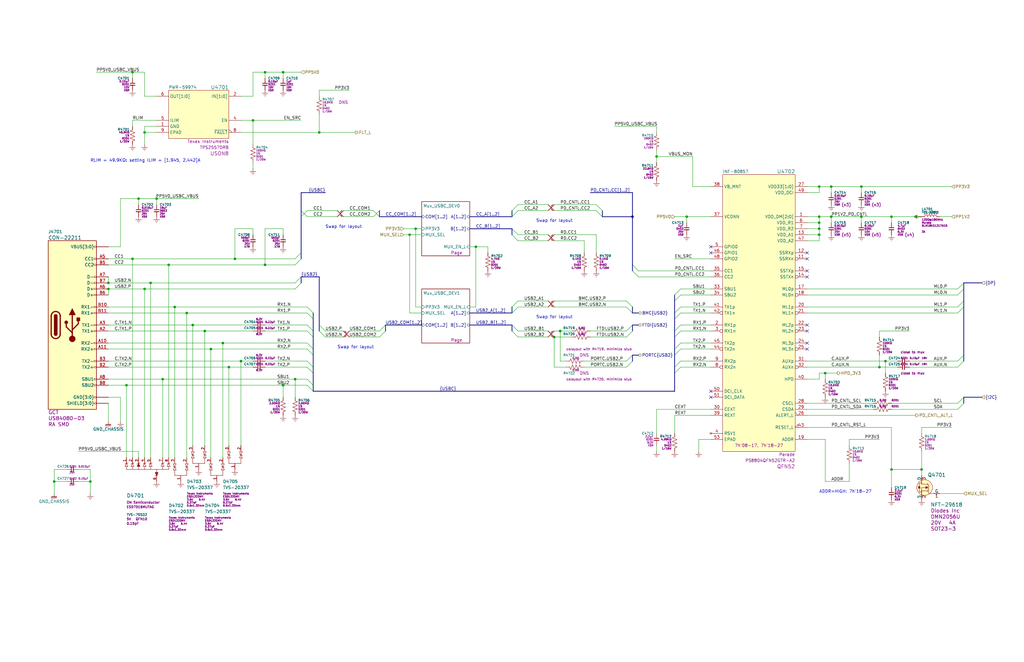
<source format=kicad_sch>
(kicad_sch (version 20231120) (generator "eeschema") (generator_version "8.0")
  (paper "B")
  (title_block (title "${PROJ}") (rev "${REV}") (company "${RPN}") (comment 1 "USBC and PD"))
  (bus_alias "USBC" (members "CC1" "CC2" "SBU1" "SBU2" "TX1.P" "TX1.N" "RX1.P" "RX1.N" "TX2.P" "TX2.N" "RX2.P" "RX2.N"))
  (junction (at 45.72 119.38))
  (junction (at 60.96 55.88))
  (junction (at 345.44 93.98))
  (junction (at 266.7 91.44))
  (junction (at 45.72 121.92))
  (junction (at 86.36 139.7))
  (junction (at 345.44 99.06))
  (junction (at 60.96 121.92))
  (junction (at 345.44 91.44))
  (junction (at 350.52 78.74))
  (junction (at 93.98 144.78))
  (junction (at 373.38 152.4))
  (junction (at 289.56 91.44))
  (junction (at 106.68 50.8))
  (junction (at 58.42 83.82))
  (junction (at 63.5 119.38))
  (junction (at 99.06 109.22))
  (junction (at 119.38 30.48))
  (junction (at 96.52 154.94))
  (junction (at 134.62 55.88))
  (junction (at 124.46 160.02))
  (junction (at 386.08 91.44))
  (junction (at 73.66 129.54))
  (junction (at 345.44 96.52))
  (junction (at 236.22 139.7))
  (junction (at 53.34 162.56))
  (junction (at 350.52 91.44))
  (junction (at 55.88 109.22))
  (junction (at 66.04 83.82))
  (junction (at 38.1 203.2))
  (junction (at 363.22 78.74))
  (junction (at 200.66 104.14))
  (junction (at 388.62 198.12))
  (junction (at 111.76 30.48))
  (junction (at 347.98 157.48))
  (junction (at 375.92 91.44))
  (junction (at 370.84 154.94))
  (junction (at 88.9 147.32))
  (junction (at 172.72 99.06))
  (junction (at 71.12 111.76))
  (junction (at 119.38 162.56))
  (junction (at 81.28 137.16))
  (junction (at 276.86 66.04))
  (junction (at 345.44 78.74))
  (junction (at 375.92 198.12))
  (junction (at 55.88 30.48))
  (junction (at 111.76 111.76))
  (junction (at 78.74 132.08))
  (junction (at 175.26 96.52))
  (junction (at 233.68 142.24))
  (junction (at 22.86 203.2))
  (junction (at 68.58 160.02))
  (junction (at 101.6 152.4))
  (junction (at 363.22 91.44))
  (no_connect (at 340.36 147.32))
  (no_connect (at 299.72 167.64))
  (no_connect (at 340.36 116.84))
  (no_connect (at 299.72 165.1))
  (no_connect (at 340.36 106.68))
  (no_connect (at 340.36 114.3))
  (no_connect (at 299.72 104.14))
  (no_connect (at 340.36 109.22))
  (no_connect (at 340.36 144.78))
  (no_connect (at 299.72 106.68))
  (no_connect (at 340.36 139.7))
  (no_connect (at 340.36 137.16))
  (bus_entry (at 215.9 137.16) (size 2.54 2.54))
  (bus_entry (at 403.86 124.46) (size 2.54 -2.54))
  (bus_entry (at 215.9 99.06) (size 2.54 2.54))
  (bus_entry (at 264.16 154.94) (size 2.54 -2.54))
  (bus_entry (at 264.16 129.54) (size 2.54 2.54))
  (bus_entry (at 127 119.38) (size -2.54 2.54))
  (bus_entry (at 160.02 139.7) (size 2.54 -2.54))
  (bus_entry (at 215.9 88.9) (size 2.54 -2.54))
  (bus_entry (at 264.16 139.7) (size 2.54 -2.54))
  (bus_entry (at 215.9 129.54) (size 2.54 -2.54))
  (bus_entry (at 264.16 142.24) (size 2.54 -2.54))
  (bus_entry (at 264.16 127) (size 2.54 2.54))
  (bus_entry (at 160.02 142.24) (size 2.54 -2.54))
  (bus_entry (at 215.9 139.7) (size 2.54 2.54))
  (bus_entry (at 287.02 132.08) (size -2.54 2.54))
  (bus_entry (at 129.54 88.9) (size -2.54 2.54))
  (bus_entry (at 127 106.68) (size -2.54 2.54))
  (bus_entry (at 287.02 154.94) (size -2.54 2.54))
  (bus_entry (at 134.62 139.7) (size 2.54 2.54))
  (bus_entry (at 403.86 154.94) (size 2.54 -2.54))
  (bus_entry (at 129.54 162.56) (size 2.54 2.54))
  (bus_entry (at 264.16 152.4) (size 2.54 -2.54))
  (bus_entry (at 157.48 88.9) (size 2.54 2.54))
  (bus_entry (at 137.16 139.7) (size -2.54 -2.54))
  (bus_entry (at 215.9 96.52) (size 2.54 2.54))
  (bus_entry (at 269.24 116.84) (size -2.54 -2.54))
  (bus_entry (at 287.02 139.7) (size -2.54 2.54))
  (bus_entry (at 215.9 132.08) (size 2.54 -2.54))
  (bus_entry (at 287.02 144.78) (size -2.54 2.54))
  (bus_entry (at 215.9 91.44) (size 2.54 -2.54))
  (bus_entry (at 129.54 147.32) (size 2.54 2.54))
  (bus_entry (at 287.02 137.16) (size -2.54 2.54))
  (bus_entry (at 269.24 114.3) (size -2.54 -2.54))
  (bus_entry (at 403.86 129.54) (size 2.54 -2.54))
  (bus_entry (at 251.46 88.9) (size 2.54 2.54))
  (bus_entry (at 129.54 129.54) (size 2.54 2.54))
  (bus_entry (at 129.54 132.08) (size 2.54 2.54))
  (bus_entry (at 129.54 160.02) (size 2.54 2.54))
  (bus_entry (at 129.54 154.94) (size 2.54 2.54))
  (bus_entry (at 127 88.9) (size 2.54 2.54))
  (bus_entry (at 287.02 152.4) (size -2.54 2.54))
  (bus_entry (at 287.02 129.54) (size -2.54 2.54))
  (bus_entry (at 403.86 121.92) (size 2.54 -2.54))
  (bus_entry (at 403.86 170.18) (size 2.54 -2.54))
  (bus_entry (at 127 109.22) (size -2.54 2.54))
  (bus_entry (at 129.54 152.4) (size 2.54 2.54))
  (bus_entry (at 129.54 144.78) (size 2.54 2.54))
  (bus_entry (at 287.02 147.32) (size -2.54 2.54))
  (bus_entry (at 129.54 139.7) (size 2.54 2.54))
  (bus_entry (at 403.86 152.4) (size 2.54 -2.54))
  (bus_entry (at 124.46 119.38) (size 2.54 -2.54))
  (bus_entry (at 287.02 124.46) (size -2.54 2.54))
  (bus_entry (at 129.54 137.16) (size 2.54 2.54))
  (bus_entry (at 287.02 121.92) (size -2.54 2.54))
  (bus_entry (at 157.48 91.44) (size 2.54 -2.54))
  (bus_entry (at 403.86 132.08) (size 2.54 -2.54))
  (bus_entry (at 403.86 172.72) (size 2.54 -2.54))
  (bus_entry (at 251.46 86.36) (size 2.54 2.54))
  (wire (pts (xy 86.36 139.7) (xy 86.36 187.96)))
  (wire (pts (xy 388.62 190.5) (xy 388.62 198.12)))
  (wire (pts (xy 129.54 91.44) (xy 142.24 91.44)))
  (bus (pts (xy 198.12 132.08) (xy 215.9 132.08)))
  (wire (pts (xy 347.98 185.42) (xy 347.98 203.2)))
  (wire (pts (xy 276.86 53.34) (xy 276.86 55.88)))
  (wire (pts (xy 218.44 139.7) (xy 231.14 139.7)))
  (bus (pts (xy 160.02 88.9) (xy 160.02 91.44)))
  (wire (pts (xy 233.68 101.6) (xy 246.38 101.6)))
  (wire (pts (xy 96.52 154.94) (xy 106.68 154.94)))
  (bus (pts (xy 127 81.28) (xy 127 88.9)))
  (wire (pts (xy 172.72 99.06) (xy 172.72 132.08)))
  (wire (pts (xy 375.92 180.34) (xy 375.92 198.12)))
  (wire (pts (xy 340.36 175.26) (xy 386.08 175.26)))
  (wire (pts (xy 50.8 167.64) (xy 50.8 177.8)))
  (wire (pts (xy 175.26 96.52) (xy 175.26 129.54)))
  (wire (pts (xy 106.68 30.48) (xy 106.68 40.64)))
  (wire (pts (xy 233.68 129.54) (xy 264.16 129.54)))
  (bus (pts (xy 406.4 127) (xy 406.4 129.54)))
  (wire (pts (xy 388.62 198.12) (xy 388.62 200.66)))
  (wire (pts (xy 233.68 86.36) (xy 251.46 86.36)))
  (wire (pts (xy 358.14 195.58) (xy 358.14 203.2)))
  (bus (pts (xy 132.08 147.32) (xy 132.08 149.86)))
  (wire (pts (xy 73.66 129.54) (xy 129.54 129.54)))
  (wire (pts (xy 233.68 142.24) (xy 233.68 154.94)))
  (wire (pts (xy 246.38 154.94) (xy 264.16 154.94)))
  (wire (pts (xy 396.24 91.44) (xy 401.32 91.44)))
  (wire (pts (xy 55.88 30.48) (xy 55.88 33.02)))
  (wire (pts (xy 294.64 185.42) (xy 294.64 190.5)))
  (wire (pts (xy 269.24 116.84) (xy 299.72 116.84)))
  (wire (pts (xy 144.78 88.9) (xy 157.48 88.9)))
  (wire (pts (xy 60.96 30.48) (xy 60.96 40.64)))
  (wire (pts (xy 175.26 129.54) (xy 177.8 129.54)))
  (wire (pts (xy 99.06 96.52) (xy 106.68 96.52)))
  (wire (pts (xy 388.62 180.34) (xy 388.62 182.88)))
  (wire (pts (xy 22.86 203.2) (xy 27.94 203.2)))
  (wire (pts (xy 22.86 198.12) (xy 22.86 203.2)))
  (wire (pts (xy 345.44 93.98) (xy 345.44 96.52)))
  (bus (pts (xy 248.92 81.28) (xy 266.7 81.28)))
  (wire (pts (xy 340.36 132.08) (xy 403.86 132.08)))
  (wire (pts (xy 71.12 111.76) (xy 111.76 111.76)))
  (bus (pts (xy 198.12 91.44) (xy 215.9 91.44)))
  (bus (pts (xy 406.4 129.54) (xy 406.4 149.86)))
  (wire (pts (xy 347.98 157.48) (xy 353.06 157.48)))
  (bus (pts (xy 127 88.9) (xy 127 91.44)))
  (bus (pts (xy 266.7 91.44) (xy 266.7 111.76)))
  (wire (pts (xy 58.42 83.82) (xy 58.42 86.36)))
  (wire (pts (xy 60.96 121.92) (xy 60.96 193.04)))
  (wire (pts (xy 200.66 104.14) (xy 200.66 129.54)))
  (wire (pts (xy 55.88 50.8) (xy 66.04 50.8)))
  (wire (pts (xy 66.04 83.82) (xy 58.42 83.82)))
  (bus (pts (xy 134.62 116.84) (xy 134.62 137.16)))
  (wire (pts (xy 340.36 124.46) (xy 403.86 124.46)))
  (bus (pts (xy 132.08 134.62) (xy 132.08 139.7)))
  (bus (pts (xy 132.08 149.86) (xy 132.08 154.94)))
  (wire (pts (xy 340.36 99.06) (xy 345.44 99.06)))
  (wire (pts (xy 45.72 121.92) (xy 45.72 124.46)))
  (wire (pts (xy 205.74 104.14) (xy 205.74 106.68)))
  (wire (pts (xy 284.48 109.22) (xy 299.72 109.22)))
  (bus (pts (xy 406.4 167.64) (xy 414.02 167.64)))
  (wire (pts (xy 340.36 154.94) (xy 370.84 154.94)))
  (wire (pts (xy 45.72 109.22) (xy 55.88 109.22)))
  (wire (pts (xy 50.8 83.82) (xy 58.42 83.82)))
  (bus (pts (xy 160.02 91.44) (xy 177.8 91.44)))
  (wire (pts (xy 345.44 78.74) (xy 350.52 78.74)))
  (wire (pts (xy 101.6 152.4) (xy 106.68 152.4)))
  (wire (pts (xy 60.96 53.34) (xy 60.96 55.88)))
  (wire (pts (xy 111.76 139.7) (xy 129.54 139.7)))
  (wire (pts (xy 345.44 78.74) (xy 345.44 81.28)))
  (wire (pts (xy 287.02 129.54) (xy 299.72 129.54)))
  (wire (pts (xy 106.68 50.8) (xy 106.68 60.96)))
  (wire (pts (xy 119.38 162.56) (xy 119.38 167.64)))
  (wire (pts (xy 147.32 142.24) (xy 160.02 142.24)))
  (wire (pts (xy 287.02 121.92) (xy 299.72 121.92)))
  (wire (pts (xy 93.98 144.78) (xy 129.54 144.78)))
  (bus (pts (xy 215.9 129.54) (xy 215.9 132.08)))
  (wire (pts (xy 73.66 129.54) (xy 73.66 193.04)))
  (wire (pts (xy 88.9 147.32) (xy 129.54 147.32)))
  (wire (pts (xy 60.96 40.64) (xy 66.04 40.64)))
  (wire (pts (xy 33.02 203.2) (xy 38.1 203.2)))
  (wire (pts (xy 375.92 170.18) (xy 403.86 170.18)))
  (bus (pts (xy 406.4 121.92) (xy 406.4 127)))
  (wire (pts (xy 58.42 190.5) (xy 58.42 193.04)))
  (wire (pts (xy 292.1 66.04) (xy 292.1 78.74)))
  (wire (pts (xy 284.48 91.44) (xy 289.56 91.44)))
  (wire (pts (xy 358.14 185.42) (xy 358.14 187.96)))
  (bus (pts (xy 254 91.44) (xy 266.7 91.44)))
  (bus (pts (xy 266.7 132.08) (xy 269.24 132.08)))
  (wire (pts (xy 276.86 172.72) (xy 299.72 172.72)))
  (wire (pts (xy 386.08 91.44) (xy 388.62 91.44)))
  (wire (pts (xy 350.52 78.74) (xy 363.22 78.74)))
  (bus (pts (xy 127 81.28) (xy 137.16 81.28)))
  (wire (pts (xy 340.36 172.72) (xy 368.3 172.72)))
  (bus (pts (xy 406.4 119.38) (xy 406.4 121.92)))
  (wire (pts (xy 124.46 160.02) (xy 129.54 160.02)))
  (wire (pts (xy 99.06 109.22) (xy 124.46 109.22)))
  (bus (pts (xy 134.62 137.16) (xy 134.62 139.7)))
  (wire (pts (xy 248.92 142.24) (xy 264.16 142.24)))
  (wire (pts (xy 233.68 99.06) (xy 251.46 99.06)))
  (wire (pts (xy 60.96 55.88) (xy 66.04 55.88)))
  (bus (pts (xy 284.48 132.08) (xy 284.48 134.62)))
  (wire (pts (xy 287.02 124.46) (xy 299.72 124.46)))
  (wire (pts (xy 134.62 55.88) (xy 149.86 55.88)))
  (wire (pts (xy 375.92 198.12) (xy 375.92 205.74)))
  (wire (pts (xy 396.24 208.28) (xy 406.4 208.28)))
  (bus (pts (xy 198.12 96.52) (xy 215.9 96.52)))
  (wire (pts (xy 218.44 86.36) (xy 231.14 86.36)))
  (wire (pts (xy 38.1 198.12) (xy 38.1 203.2)))
  (wire (pts (xy 60.96 121.92) (xy 124.46 121.92)))
  (wire (pts (xy 101.6 55.88) (xy 134.62 55.88)))
  (wire (pts (xy 375.92 91.44) (xy 375.92 93.98)))
  (bus (pts (xy 132.08 154.94) (xy 132.08 157.48)))
  (wire (pts (xy 345.44 91.44) (xy 345.44 93.98)))
  (wire (pts (xy 236.22 152.4) (xy 238.76 152.4)))
  (wire (pts (xy 403.86 154.94) (xy 383.54 154.94)))
  (wire (pts (xy 218.44 127) (xy 231.14 127)))
  (bus (pts (xy 284.48 154.94) (xy 284.48 157.48)))
  (wire (pts (xy 340.36 180.34) (xy 375.92 180.34)))
  (wire (pts (xy 287.02 139.7) (xy 299.72 139.7)))
  (wire (pts (xy 88.9 147.32) (xy 88.9 193.04)))
  (bus (pts (xy 284.48 134.62) (xy 284.48 139.7)))
  (wire (pts (xy 60.96 55.88) (xy 60.96 60.96)))
  (wire (pts (xy 111.76 137.16) (xy 129.54 137.16)))
  (wire (pts (xy 345.44 99.06) (xy 345.44 101.6)))
  (wire (pts (xy 147.32 139.7) (xy 160.02 139.7)))
  (wire (pts (xy 287.02 132.08) (xy 299.72 132.08)))
  (wire (pts (xy 45.72 144.78) (xy 93.98 144.78)))
  (wire (pts (xy 111.76 111.76) (xy 124.46 111.76)))
  (wire (pts (xy 144.78 91.44) (xy 157.48 91.44)))
  (bus (pts (xy 162.56 137.16) (xy 177.8 137.16)))
  (wire (pts (xy 345.44 96.52) (xy 345.44 99.06)))
  (wire (pts (xy 200.66 104.14) (xy 205.74 104.14)))
  (bus (pts (xy 406.4 167.64) (xy 406.4 170.18)))
  (wire (pts (xy 55.88 109.22) (xy 99.06 109.22)))
  (wire (pts (xy 119.38 30.48) (xy 119.38 33.02)))
  (wire (pts (xy 276.86 66.04) (xy 276.86 68.58)))
  (wire (pts (xy 111.76 96.52) (xy 111.76 111.76)))
  (wire (pts (xy 340.36 121.92) (xy 403.86 121.92)))
  (bus (pts (xy 284.48 142.24) (xy 284.48 147.32)))
  (wire (pts (xy 251.46 99.06) (xy 251.46 106.68)))
  (wire (pts (xy 134.62 48.26) (xy 134.62 55.88)))
  (wire (pts (xy 68.58 160.02) (xy 124.46 160.02)))
  (wire (pts (xy 53.34 162.56) (xy 119.38 162.56)))
  (bus (pts (xy 127 91.44) (xy 127 106.68)))
  (bus (pts (xy 132.08 132.08) (xy 132.08 134.62)))
  (wire (pts (xy 340.36 81.28) (xy 345.44 81.28)))
  (wire (pts (xy 287.02 137.16) (xy 299.72 137.16)))
  (bus (pts (xy 284.48 157.48) (xy 284.48 165.1)))
  (wire (pts (xy 259.08 53.34) (xy 276.86 53.34)))
  (wire (pts (xy 45.72 167.64) (xy 50.8 167.64)))
  (wire (pts (xy 45.72 160.02) (xy 68.58 160.02)))
  (bus (pts (xy 266.7 81.28) (xy 266.7 91.44)))
  (wire (pts (xy 147.32 38.1) (xy 134.62 38.1)))
  (wire (pts (xy 170.18 96.52) (xy 175.26 96.52)))
  (bus (pts (xy 162.56 139.7) (xy 162.56 137.16)))
  (wire (pts (xy 106.68 50.8) (xy 127 50.8)))
  (wire (pts (xy 340.36 101.6) (xy 345.44 101.6)))
  (wire (pts (xy 292.1 78.74) (xy 299.72 78.74)))
  (wire (pts (xy 111.76 154.94) (xy 129.54 154.94)))
  (wire (pts (xy 66.04 83.82) (xy 66.04 86.36)))
  (wire (pts (xy 294.64 185.42) (xy 299.72 185.42)))
  (wire (pts (xy 363.22 91.44) (xy 363.22 93.98)))
  (wire (pts (xy 111.76 30.48) (xy 106.68 30.48)))
  (bus (pts (xy 406.4 149.86) (xy 406.4 152.4)))
  (wire (pts (xy 284.48 175.26) (xy 284.48 182.88)))
  (wire (pts (xy 363.22 78.74) (xy 363.22 81.28)))
  (wire (pts (xy 119.38 30.48) (xy 111.76 30.48)))
  (wire (pts (xy 340.36 170.18) (xy 368.3 170.18)))
  (wire (pts (xy 287.02 152.4) (xy 299.72 152.4)))
  (wire (pts (xy 101.6 50.8) (xy 106.68 50.8)))
  (bus (pts (xy 284.48 124.46) (xy 284.48 127)))
  (bus (pts (xy 132.08 142.24) (xy 132.08 147.32)))
  (bus (pts (xy 215.9 137.16) (xy 215.9 139.7)))
  (wire (pts (xy 347.98 157.48) (xy 347.98 160.02)))
  (wire (pts (xy 45.72 152.4) (xy 101.6 152.4)))
  (wire (pts (xy 233.68 142.24) (xy 241.3 142.24)))
  (wire (pts (xy 383.54 139.7) (xy 370.84 139.7)))
  (wire (pts (xy 53.34 162.56) (xy 53.34 193.04)))
  (wire (pts (xy 403.86 152.4) (xy 383.54 152.4)))
  (wire (pts (xy 45.72 139.7) (xy 86.36 139.7)))
  (bus (pts (xy 284.48 139.7) (xy 284.48 142.24)))
  (wire (pts (xy 276.86 190.5) (xy 276.86 187.96)))
  (wire (pts (xy 218.44 99.06) (xy 231.14 99.06)))
  (wire (pts (xy 45.72 132.08) (xy 78.74 132.08)))
  (wire (pts (xy 370.84 149.86) (xy 370.84 154.94)))
  (wire (pts (xy 111.76 96.52) (xy 119.38 96.52)))
  (bus (pts (xy 132.08 157.48) (xy 132.08 162.56)))
  (wire (pts (xy 370.84 154.94) (xy 378.46 154.94)))
  (wire (pts (xy 111.76 30.48) (xy 111.76 33.02)))
  (wire (pts (xy 350.52 91.44) (xy 350.52 93.98)))
  (wire (pts (xy 289.56 91.44) (xy 299.72 91.44)))
  (wire (pts (xy 373.38 152.4) (xy 378.46 152.4)))
  (wire (pts (xy 218.44 129.54) (xy 231.14 129.54)))
  (wire (pts (xy 218.44 101.6) (xy 231.14 101.6)))
  (wire (pts (xy 269.24 114.3) (xy 299.72 114.3)))
  (wire (pts (xy 22.86 203.2) (xy 22.86 208.28)))
  (wire (pts (xy 340.36 129.54) (xy 403.86 129.54)))
  (wire (pts (xy 106.68 40.64) (xy 101.6 40.64)))
  (wire (pts (xy 127 30.48) (xy 119.38 30.48)))
  (wire (pts (xy 45.72 104.14) (xy 50.8 104.14)))
  (bus (pts (xy 284.48 147.32) (xy 284.48 149.86)))
  (bus (pts (xy 127 106.68) (xy 127 109.22)))
  (bus (pts (xy 266.7 129.54) (xy 266.7 132.08)))
  (wire (pts (xy 119.38 96.52) (xy 119.38 99.06)))
  (wire (pts (xy 45.72 111.76) (xy 71.12 111.76)))
  (wire (pts (xy 71.12 111.76) (xy 71.12 193.04)))
  (wire (pts (xy 287.02 147.32) (xy 299.72 147.32)))
  (wire (pts (xy 170.18 99.06) (xy 172.72 99.06)))
  (wire (pts (xy 198.12 129.54) (xy 200.66 129.54)))
  (wire (pts (xy 347.98 203.2) (xy 358.14 203.2)))
  (wire (pts (xy 363.22 78.74) (xy 401.32 78.74)))
  (wire (pts (xy 345.44 157.48) (xy 347.98 157.48)))
  (wire (pts (xy 99.06 96.52) (xy 99.06 109.22)))
  (wire (pts (xy 78.74 132.08) (xy 78.74 193.04)))
  (wire (pts (xy 373.38 152.4) (xy 373.38 157.48)))
  (wire (pts (xy 287.02 144.78) (xy 299.72 144.78)))
  (bus (pts (xy 284.48 149.86) (xy 284.48 154.94)))
  (bus (pts (xy 215.9 88.9) (xy 215.9 91.44)))
  (wire (pts (xy 198.12 104.14) (xy 200.66 104.14)))
  (wire (pts (xy 233.68 88.9) (xy 251.46 88.9)))
  (bus (pts (xy 132.08 165.1) (xy 284.48 165.1)))
  (wire (pts (xy 55.88 109.22) (xy 55.88 193.04)))
  (wire (pts (xy 370.84 185.42) (xy 358.14 185.42)))
  (wire (pts (xy 233.68 154.94) (xy 238.76 154.94)))
  (wire (pts (xy 340.36 160.02) (xy 345.44 160.02)))
  (wire (pts (xy 287.02 154.94) (xy 299.72 154.94)))
  (bus (pts (xy 266.7 137.16) (xy 266.7 139.7)))
  (wire (pts (xy 22.86 198.12) (xy 27.94 198.12)))
  (bus (pts (xy 132.08 139.7) (xy 132.08 142.24)))
  (bus (pts (xy 284.48 127) (xy 284.48 132.08)))
  (wire (pts (xy 276.86 172.72) (xy 276.86 182.88)))
  (wire (pts (xy 246.38 152.4) (xy 264.16 152.4)))
  (wire (pts (xy 137.16 142.24) (xy 144.78 142.24)))
  (wire (pts (xy 175.26 96.52) (xy 177.8 96.52)))
  (wire (pts (xy 276.86 66.04) (xy 292.1 66.04)))
  (wire (pts (xy 172.72 132.08) (xy 177.8 132.08)))
  (bus (pts (xy 254 88.9) (xy 254 91.44)))
  (wire (pts (xy 106.68 68.58) (xy 106.68 71.12)))
  (wire (pts (xy 350.52 91.44) (xy 363.22 91.44)))
  (wire (pts (xy 101.6 152.4) (xy 101.6 187.96)))
  (wire (pts (xy 340.36 91.44) (xy 345.44 91.44)))
  (wire (pts (xy 340.36 185.42) (xy 347.98 185.42)))
  (wire (pts (xy 45.72 154.94) (xy 96.52 154.94)))
  (wire (pts (xy 363.22 91.44) (xy 375.92 91.44)))
  (wire (pts (xy 236.22 139.7) (xy 236.22 152.4)))
  (wire (pts (xy 119.38 162.56) (xy 129.54 162.56)))
  (wire (pts (xy 55.88 50.8) (xy 55.88 53.34)))
  (wire (pts (xy 45.72 137.16) (xy 81.28 137.16)))
  (wire (pts (xy 375.92 91.44) (xy 386.08 91.44)))
  (wire (pts (xy 60.96 53.34) (xy 66.04 53.34)))
  (wire (pts (xy 81.28 137.16) (xy 81.28 187.96)))
  (wire (pts (xy 137.16 139.7) (xy 144.78 139.7)))
  (bus (pts (xy 266.7 111.76) (xy 266.7 114.3)))
  (wire (pts (xy 111.76 152.4) (xy 129.54 152.4)))
  (wire (pts (xy 172.72 99.06) (xy 177.8 99.06)))
  (wire (pts (xy 233.68 127) (xy 264.16 127)))
  (wire (pts (xy 129.54 88.9) (xy 142.24 88.9)))
  (wire (pts (xy 45.72 170.18) (xy 45.72 177.8)))
  (wire (pts (xy 124.46 160.02) (xy 124.46 167.64)))
  (wire (pts (xy 63.5 119.38) (xy 124.46 119.38)))
  (wire (pts (xy 401.32 180.34) (xy 388.62 180.34)))
  (wire (pts (xy 45.72 147.32) (xy 88.9 147.32)))
  (wire (pts (xy 63.5 119.38) (xy 63.5 193.04)))
  (wire (pts (xy 340.36 93.98) (xy 345.44 93.98)))
  (wire (pts (xy 370.84 139.7) (xy 370.84 142.24)))
  (wire (pts (xy 81.28 137.16) (xy 106.68 137.16)))
  (wire (pts (xy 93.98 144.78) (xy 93.98 193.04)))
  (wire (pts (xy 40.64 30.48) (xy 55.88 30.48)))
  (wire (pts (xy 345.44 157.48) (xy 345.44 160.02)))
  (wire (pts (xy 33.02 198.12) (xy 38.1 198.12)))
  (wire (pts (xy 375.92 172.72) (xy 403.86 172.72)))
  (wire (pts (xy 86.36 139.7) (xy 106.68 139.7)))
  (wire (pts (xy 45.72 162.56) (xy 53.34 162.56)))
  (wire (pts (xy 55.88 30.48) (xy 60.96 30.48)))
  (bus (pts (xy 127 119.38) (xy 127 116.84)))
  (wire (pts (xy 340.36 78.74) (xy 345.44 78.74)))
  (wire (pts (xy 96.52 154.94) (xy 96.52 187.96)))
  (wire (pts (xy 45.72 119.38) (xy 45.72 116.84)))
  (wire (pts (xy 38.1 203.2) (xy 38.1 208.28)))
  (wire (pts (xy 345.44 91.44) (xy 350.52 91.44)))
  (wire (pts (xy 375.92 198.12) (xy 388.62 198.12)))
  (bus (pts (xy 132.08 162.56) (xy 132.08 165.1)))
  (wire (pts (xy 78.74 132.08) (xy 129.54 132.08)))
  (wire (pts (xy 134.62 38.1) (xy 134.62 40.64)))
  (wire (pts (xy 33.02 190.5) (xy 58.42 190.5)))
  (wire (pts (xy 248.92 139.7) (xy 264.16 139.7)))
  (wire (pts (xy 45.72 129.54) (xy 73.66 129.54)))
  (bus (pts (xy 198.12 137.16) (xy 215.9 137.16)))
  (wire (pts (xy 45.72 119.38) (xy 63.5 119.38)))
  (bus (pts (xy 266.7 149.86) (xy 269.24 149.86)))
  (wire (pts (xy 106.68 96.52) (xy 106.68 99.06)))
  (wire (pts (xy 284.48 175.26) (xy 299.72 175.26)))
  (wire (pts (xy 218.44 142.24) (xy 231.14 142.24)))
  (wire (pts (xy 218.44 88.9) (xy 231.14 88.9)))
  (wire (pts (xy 350.52 78.74) (xy 350.52 81.28)))
  (wire (pts (xy 340.36 96.52) (xy 345.44 96.52)))
  (bus (pts (xy 406.4 119.38) (xy 414.02 119.38)))
  (wire (pts (xy 276.86 63.5) (xy 276.86 66.04)))
  (bus (pts (xy 266.7 137.16) (xy 269.24 137.16)))
  (wire (pts (xy 68.58 160.02) (xy 68.58 193.04)))
  (wire (pts (xy 66.04 83.82) (xy 83.82 83.82)))
  (bus (pts (xy 127 116.84) (xy 134.62 116.84)))
  (wire (pts (xy 50.8 83.82) (xy 50.8 104.14)))
  (wire (pts (xy 340.36 152.4) (xy 373.38 152.4)))
  (wire (pts (xy 45.72 121.92) (xy 60.96 121.92)))
  (wire (pts (xy 233.68 139.7) (xy 236.22 139.7)))
  (wire (pts (xy 246.38 101.6) (xy 246.38 106.68)))
  (bus (pts (xy 266.7 149.86) (xy 266.7 152.4)))
  (wire (pts (xy 236.22 139.7) (xy 241.3 139.7)))
  (bus (pts (xy 215.9 96.52) (xy 215.9 99.06)))
  (wire (pts (xy 289.56 91.44) (xy 289.56 93.98)))
  (text "Swap for layout" (at 137.16 96.52 0) (effects (font (size 1.27 1.27)) (justify left bottom)))
  (text "Swap for layout" (at 226.06 134.62 0) (effects (font (size 1.27 1.27)) (justify left bottom)))
  (text "RLIM = 49.9KΩ: setting ILIM = [1.945, 2.442]A" (at 38.1 68.58 0) (effects (font (size 1.27 1.27)) (justify left bottom)))
  (text "Swap for layout" (at 142.24 147.32 0) (effects (font (size 1.27 1.27)) (justify left bottom)))
  (text "Swap for layout" (at 226.06 93.98 0) (effects (font (size 1.27 1.27)) (justify left bottom)))
  (text "ADDR=HIGH: 7h'18-27" (at 345.44 208.28 0) (effects (font (size 1.27 1.27)) (justify left bottom)))
  (label "SBU1" (at 116.84 160.02 0))
  (label "CC_A[1..2]" (at 200.66 91.44 0))
  (label "CC_A1" (at 220.98 86.36 0))
  (label "CC_B1" (at 220.98 99.06 0))
  (label "C.TX2.P" (at 48.26 154.94 0))
  (label "PP3V3" (at 401.32 180.34 180))
  (label "CC_COM1" (at 147.32 88.9 0))
  (label "RX2.N" (at 292.1 154.94 0))
  (label "USB2_COM[1..2]" (at 162.56 137.16 0))
  (label "C.TX1.N" (at 48.26 137.16 0))
  (label "PD_CNTL_SCL" (at 350.52 170.18 0))
  (label "BMC.USB2.P" (at 243.84 127 0))
  (label "RX2.N" (at 116.84 144.78 0))
  (label "USB2_A1" (at 220.98 127 0))
  (label "CC1" (at 48.26 109.22 0))
  (label "C.AUX.P" (at 350.52 152.4 0))
  (label "USB2.N" (at 48.26 119.38 0))
  (label "TX1.N" (at 116.84 137.16 0))
  (label "PD_CNTL.CC2" (at 236.22 88.9 0))
  (label "RX1.N" (at 292.1 139.7 0))
  (label "FTDI.USB2.N" (at 251.46 142.24 0))
  (label "C.TX1.P" (at 48.26 139.7 0))
  (label "VBUS_MON" (at 281.94 66.04 0))
  (label "USB2_COM1" (at 147.32 139.7 0))
  (label "RD.CC2" (at 236.22 101.6 0))
  (label "PP5V0_USBC_VBUS" (at 33.02 190.5 0))
  (label "RLIM" (at 55.88 50.8 0))
  (label "PORTC.USB2.N" (at 248.92 154.94 0))
  (label "CC_A2" (at 220.98 88.9 0))
  (label "TX2.P" (at 292.1 144.78 0))
  (label "{USBC}" (at 137.16 81.28 180))
  (label "PD_CNTL.CC1" (at 236.22 86.36 0))
  (label "SBU1" (at 292.1 121.92 0))
  (label "RX1.P" (at 292.1 137.16 0))
  (label "TX2.P" (at 116.84 154.94 0))
  (label "USB2_A[1..2]" (at 200.66 132.08 0))
  (label "SBU2" (at 116.84 162.56 0))
  (label "PP5V0_USBC_VBUS" (at 83.82 83.82 180))
  (label "BMC.USB2.N" (at 243.84 129.54 0))
  (label "TX2.N" (at 116.84 152.4 0))
  (label "USB2_B2" (at 220.98 142.24 0))
  (label "PORTC.USB2.P" (at 248.92 152.4 0))
  (label "SDA" (at 393.7 172.72 0))
  (label "RD.CC1" (at 236.22 99.06 0))
  (label "CC2" (at 48.26 111.76 0))
  (label "PD_CNTL.CC[1..2]" (at 248.92 81.28 0))
  (label "PP3V3" (at 383.54 139.7 180))
  (label "PD_CNTL_RST_L" (at 350.52 180.34 0))
  (label "PD_CNTL_SDA" (at 350.52 172.72 0))
  (label "USB2_A2" (at 220.98 129.54 0))
  (label "PD_CNTL.CC1" (at 284.48 114.3 0))
  (label "AUX.N" (at 393.7 154.94 0))
  (label "PP3V3" (at 370.84 185.42 180))
  (label "PP5V0_USBC_VBUS" (at 40.64 30.48 0))
  (label "USB2_B1" (at 220.98 139.7 0))
  (label "PP3V3" (at 147.32 38.1 180))
  (label "ML0.N" (at 393.7 124.46 0))
  (label "TX1.P" (at 116.84 139.7 0))
  (label "TX2.N" (at 292.1 147.32 0))
  (label "EN_SRC" (at 127 50.8 180))
  (label "TX1.N" (at 292.1 132.08 0))
  (label "{USB2}" (at 127 116.84 0))
  (label "TX1.P" (at 292.1 129.54 0))
  (label "RX1.P" (at 116.84 132.08 0))
  (label "CC1" (at 132.08 88.9 0))
  (label "USB2_B[1..2]" (at 200.66 137.16 0))
  (label "AUX.P" (at 393.7 152.4 0))
  (label "C.AUX.N" (at 350.52 154.94 0))
  (label "ML1.P" (at 393.7 129.54 0))
  (label "RX2.P" (at 292.1 152.4 0))
  (label "CC_COM2" (at 147.32 91.44 0))
  (label "CC_B[1..2]" (at 200.66 96.52 0))
  (label "PP5V0_USBC_VBUS" (at 259.08 53.34 0))
  (label "EN_SRC" (at 284.48 109.22 0))
  (label "RX2.P" (at 116.84 147.32 0))
  (label "USB2.P" (at 48.26 121.92 0))
  (label "USB2.P" (at 137.16 139.7 0))
  (label "PP1V2_PD_CNTL" (at 350.52 91.44 0))
  (label "PD_CNTL.CC2" (at 284.48 116.84 0))
  (label "ML1.N" (at 393.7 132.08 0))
  (label "SBU2" (at 292.1 124.46 0))
  (label "CC_B2" (at 220.98 101.6 0))
  (label "CEXT" (at 284.48 172.72 0))
  (label "USB2_COM2" (at 147.32 142.24 0))
  (label "RX1.N" (at 116.84 129.54 0))
  (label "REXT" (at 284.48 175.26 0))
  (label "C.TX2.N" (at 48.26 152.4 0))
  (label "SCL" (at 393.7 170.18 0))
  (label "USB2.N" (at 137.16 142.24 0))
  (label "CC_COM[1..2]" (at 162.56 91.44 0))
  (label "ADDR" (at 350.52 203.2 0))
  (label "{USBC}" (at 185.42 165.1 0))
  (label "ML0.P" (at 393.7 121.92 0))
  (label "CC2" (at 132.08 91.44 0))
  (label "FTDI.USB2.P" (at 251.46 139.7 0))
  (hierarchical_label "PORTC{USB2}" (shape bidirectional) (at 269.24 149.86 0))
  (hierarchical_label "PP1V2" (shape input) (at 401.32 91.44 0))
  (hierarchical_label "FTDI{USB2}" (shape bidirectional) (at 269.24 137.16 0))
  (hierarchical_label "{I2C}" (shape input) (at 414.02 167.64 0))
  (hierarchical_label "PD_CNTL_ALT_L" (shape output) (at 386.08 175.26 0))
  (hierarchical_label "BMC{USB2}" (shape bidirectional) (at 269.24 132.08 0))
  (hierarchical_label "FLT_L" (shape output) (at 149.86 55.88 0))
  (hierarchical_label "PP3V3" (shape input) (at 170.18 96.52 180))
  (hierarchical_label "PP3V3" (shape input) (at 401.32 78.74 0))
  (hierarchical_label "MUX_SEL" (shape input) (at 170.18 99.06 180))
  (hierarchical_label "PP5V0" (shape input) (at 127 30.48 0))
  (hierarchical_label "HPD_3V3" (shape output) (at 353.06 157.48 0))
  (hierarchical_label "MUX_SEL" (shape input) (at 406.4 208.28 0))
  (hierarchical_label "PP5V0" (shape input) (at 284.48 91.44 180))
  (hierarchical_label "{DP}" (shape input) (at 414.02 119.38 0))
  (symbol (lib_id "Power:GND") (at 363.22 86.36 0) (mirror y) (unit 1) (in_bom no) (on_board no)
    (property "Reference" "#PWR04724" (effects (hide yes)))
    (property "Value" "GND" (effects (hide yes)))
    (property "Description" "Power symbol creates a global label with name \"GND\"" (effects (hide yes)))
  )
  (symbol (lib_id "Capacitors, ceramic, Murata:CCM-610AA") (at 363.22 96.52 0) (unit 1)
    (property "Reference" "C4717" (at 364.49 93.98 0) (effects (font (size 1 1)) (justify left)))
    (property "Value" "CCM-610AA" (effects (hide yes)))
    (property "Description" "CAP, ceramic, 0.10µF, 0201, 10V, ±20%, X5R, 0.33 mm" (effects (hide yes)))
    (property "val" "0.10µF" (at 364.49 95.25 0) (effects (font (size 0.8 0.8)) (justify left)))
    (property "pkg" "0201" (at 364.49 96.52 0) (effects (font (size 0.8 0.8)) (justify left)))
    (property "mfr" "Murata" (effects (hide yes)))
    (property "volt" "10V" (at 364.49 97.79 0) (effects (font (size 0.8 0.8)) (justify left)))
    (property "Sim.Pins" "1=+ 2=-" (effects (hide yes)))
    (property "Sim.Device" "C" (effects (hide yes)))
    (property "type" "X5R" (at 364.49 99.06 0) (effects (font (size 0.8 0.8)) (justify left)))
    (property "Sim.Params" "c=${val}" (effects (hide yes)))
    (property "tol" "±20%" (effects (hide yes)))
    (property "height" "0.33mm" (effects (hide yes)))
    (property "mpn" "GRM033R61A104ME15" (effects (hide yes)))
    (property "replicate" "(x5)" (at 369.57 99.06 0))
  )
  (symbol (lib_id "Capacitors, ceramic, Murata:CCM-610AA") (at 55.88 35.56 0) (mirror y) (unit 1)
    (property "Reference" "C4701" (at 54.61 33.02 0) (effects (font (size 1 1)) (justify left)))
    (property "Value" "CCM-610AA" (effects (hide yes)))
    (property "Description" "CAP, ceramic, 0.10µF, 0201, 10V, ±20%, X5R, 0.33 mm" (effects (hide yes)))
    (property "val" "0.10µF" (at 54.61 34.29 0) (effects (font (size 0.8 0.8)) (justify left)))
    (property "pkg" "0201" (at 54.61 35.56 0) (effects (font (size 0.8 0.8)) (justify left)))
    (property "mfr" "Murata" (effects (hide yes)))
    (property "volt" "10V" (at 54.61 36.83 0) (effects (font (size 0.8 0.8)) (justify left)))
    (property "Sim.Pins" "1=+ 2=-" (effects (hide yes)))
    (property "Sim.Device" "C" (effects (hide yes)))
    (property "type" "X5R" (at 54.61 38.1 0) (effects (font (size 0.8 0.8)) (justify left)))
    (property "Sim.Params" "c=${val}" (effects (hide yes)))
    (property "tol" "±20%" (effects (hide yes)))
    (property "height" "0.33mm" (effects (hide yes)))
    (property "mpn" "GRM033R61A104ME15" (effects (hide yes)))
  )
  (symbol (lib_id "Resistors:RES-4499B") (at 284.48 186.69 0) (mirror y) (unit 1)
    (property "Reference" "R4712" (at 283.21 184.15 0) (effects (font (size 1 1)) (justify left)))
    (property "Value" "RES-4499B" (effects (hide yes)))
    (property "Description" "RES, 4.99KΩ, 1%, 0402, 1/16W, <100V, 0.40mm" (effects (hide yes)))
    (property "val" "4.99KΩ" (at 283.21 185.42 0) (effects (font (size 0.8 0.8)) (justify left)))
    (property "tol" "1%" (at 283.21 186.69 0) (effects (font (size 0.8 0.8)) (justify left)))
    (property "pkg" "0402" (at 283.21 187.96 0) (effects (font (size 0.8 0.8)) (justify left)))
    (property "pwr" "1/16W" (at 283.21 189.23 0) (effects (font (size 0.8 0.8)) (justify left)))
    (property "height" "0.40mm" (effects (hide yes)))
    (property "Sim.Device" "R" (effects (hide yes)))
    (property "Sim.Pins" "1=+ 2=-" (effects (hide yes)))
    (property "Sim.Params" "r=\"${val}\"" (effects (hide yes)))
  )
  (symbol (lib_id "Capacitors, ceramic, Murata:CCM-510AC") (at 58.42 88.9 0) (unit 1)
    (property "Reference" "C4702" (at 59.69 86.36 0) (effects (font (size 1 1)) (justify left)))
    (property "Value" "CCM-510AC" (effects (hide yes)))
    (property "Description" "CAP, ceramic, 0.010µF, 0201, 25V, ±20%, X5R, 0.33 mm" (effects (hide yes)))
    (property "val" "0.010µF" (at 59.69 87.63 0) (effects (font (size 0.8 0.8)) (justify left)))
    (property "pkg" "0201" (at 59.69 88.9 0) (effects (font (size 0.8 0.8)) (justify left)))
    (property "mfr" "Murata" (effects (hide yes)))
    (property "volt" "25V" (at 59.69 90.17 0) (effects (font (size 0.8 0.8)) (justify left)))
    (property "Sim.Pins" "1=+ 2=-" (effects (hide yes)))
    (property "Sim.Device" "C" (effects (hide yes)))
    (property "type" "X5R" (at 59.69 91.44 0) (effects (font (size 0.8 0.8)) (justify left)))
    (property "Sim.Params" "c=${val}" (effects (hide yes)))
    (property "tol" "±20%" (effects (hide yes)))
    (property "height" "0.33mm" (effects (hide yes)))
    (property "mpn" "GRM033R61E103MA12" (effects (hide yes)))
  )
  (symbol (lib_id "Resistors:RES-0000A") (at 245.11 142.24 90) (unit 1)
    (property "Reference" "R4720" (at 237.49 140.97 90) (effects (font (size 1 1)) (justify right)))
    (property "Value" "RES-0000A" (effects (hide yes)))
    (property "Description" "RES, 0.0Ω, <50mΩ, 0201, 0.5A, <1A, 0.26mm" (effects (hide yes)))
    (property "val" "0.0Ω" (at 243.84 140.97 90) (effects (font (size 0.8 0.8)) (justify right)))
    (property "tol" "<50mΩ" (effects (hide yes)))
    (property "Sim.Device" "R" (effects (hide yes)))
    (property "pkg" "0201" (effects (hide yes)))
    (property "Sim.Pins" "1=+ 2=-" (effects (hide yes)))
    (property "pwr" "0.5A" (effects (hide yes)))
    (property "Sim.Params" "r=\"${val}\"" (effects (hide yes)))
    (property "height" "0.26mm" (effects (hide yes)))
  )
  (symbol (lib_id "Netlist:NET-20002") (at 146.05 140.97 0) (unit 2) (in_bom no) (on_board no)
    (property "Reference" "NT4711" (effects (hide yes)))
    (property "Value" "NET-20002" (effects (hide yes)))
    (property "Description" "Swapping net tie, merges nets with swappability" (effects (hide yes)))
  )
  (symbol (lib_id "Capacitors, ceramic, Murata:CCM-622AA") (at 109.22 154.94 90) (unit 1)
    (property "Reference" "C4707" (at 102.87 153.67 90) (effects (font (size 1 1)) (justify right)))
    (property "Value" "CCM-622AA" (effects (hide yes)))
    (property "Description" "CAP, ceramic, 0.22µF, 0201, 6.3V, ±20%, X5R, 0.33 mm" (effects (hide yes)))
    (property "val" "0.22µF" (at 111.76 153.67 90) (effects (font (size 0.8 0.8)) (justify right)))
    (property "pkg" "0201" (at 107.95 153.67 90) (effects (font (size 0.8 0.8)) (justify right)))
    (property "mfr" "Murata" (effects (hide yes)))
    (property "Sim.Pins" "1=+ 2=-" (effects (hide yes)))
    (property "volt" "6.3V" (at 107.95 156.21 90) (effects (font (size 0.8 0.8)) (justify right)))
    (property "Sim.Device" "C" (effects (hide yes)))
    (property "type" "X5R" (effects (hide yes)))
    (property "Sim.Params" "c=${val}" (effects (hide yes)))
    (property "tol" "±20%" (effects (hide yes)))
    (property "height" "0.33mm" (effects (hide yes)))
    (property "mpn" "GRM033R60J224ME15" (effects (hide yes)))
  )
  (symbol (lib_id "Capacitors, ceramic, Murata:CCM-510AC") (at 30.48 198.12 90) (unit 1)
    (property "Reference" "C4726" (at 24.13 196.85 90) (effects (font (size 1 1)) (justify right)))
    (property "Value" "CCM-510AC" (effects (hide yes)))
    (property "Description" "CAP, ceramic, 0.010µF, 0201, 25V, ±20%, X5R, 0.33 mm" (effects (hide yes)))
    (property "val" "0.010µF" (at 33.02 196.85 90) (effects (font (size 0.8 0.8)) (justify right)))
    (property "pkg" "0201" (at 29.21 196.85 90) (effects (font (size 0.8 0.8)) (justify right)))
    (property "mfr" "Murata" (effects (hide yes)))
    (property "Sim.Pins" "1=+ 2=-" (effects (hide yes)))
    (property "volt" "25V" (at 29.21 199.39 90) (effects (font (size 0.8 0.8)) (justify right)))
    (property "Sim.Device" "C" (effects (hide yes)))
    (property "type" "X5R" (effects (hide yes)))
    (property "Sim.Params" "c=${val}" (effects (hide yes)))
    (property "tol" "±20%" (effects (hide yes)))
    (property "height" "0.33mm" (effects (hide yes)))
    (property "mpn" "GRM033R61E103MA12" (effects (hide yes)))
  )
  (symbol (lib_id "Power:GND") (at 91.44 203.2 0) (unit 1) (in_bom no) (on_board no)
    (property "Reference" "#PWR04734" (effects (hide yes)))
    (property "Value" "GND" (effects (hide yes)))
    (property "Description" "Power symbol creates a global label with name \"GND\"" (effects (hide yes)))
  )
  (symbol (lib_id "Power:GND") (at 350.52 86.36 0) (mirror y) (unit 1) (in_bom no) (on_board no)
    (property "Reference" "#PWR04722" (effects (hide yes)))
    (property "Value" "GND" (effects (hide yes)))
    (property "Description" "Power symbol creates a global label with name \"GND\"" (effects (hide yes)))
  )
  (symbol (lib_id "Capacitors, ceramic, Murata:CCM-622AA") (at 109.22 137.16 90) (unit 1)
    (property "Reference" "C4704" (at 102.87 135.89 90) (effects (font (size 1 1)) (justify right)))
    (property "Value" "CCM-622AA" (effects (hide yes)))
    (property "Description" "CAP, ceramic, 0.22µF, 0201, 6.3V, ±20%, X5R, 0.33 mm" (effects (hide yes)))
    (property "val" "0.22µF" (at 111.76 135.89 90) (effects (font (size 0.8 0.8)) (justify right)))
    (property "pkg" "0201" (at 107.95 135.89 90) (effects (font (size 0.8 0.8)) (justify right)))
    (property "mfr" "Murata" (effects (hide yes)))
    (property "Sim.Pins" "1=+ 2=-" (effects (hide yes)))
    (property "volt" "6.3V" (at 107.95 134.62 90) (effects (font (size 0.8 0.8)) (justify right)))
    (property "Sim.Device" "C" (effects (hide yes)))
    (property "type" "X5R" (effects (hide yes)))
    (property "Sim.Params" "c=${val}" (effects (hide yes)))
    (property "tol" "±20%" (effects (hide yes)))
    (property "height" "0.33mm" (effects (hide yes)))
    (property "mpn" "GRM033R60J224ME15" (effects (hide yes)))
  )
  (symbol (lib_id "Capacitors, ceramic, Murata:CCM-610AA") (at 111.76 35.56 0) (unit 1)
    (property "Reference" "C4709" (at 113.03 33.02 0) (effects (font (size 1 1)) (justify left)))
    (property "Value" "CCM-610AA" (effects (hide yes)))
    (property "Description" "CAP, ceramic, 0.10µF, 0201, 10V, ±20%, X5R, 0.33 mm" (effects (hide yes)))
    (property "val" "0.10µF" (at 113.03 34.29 0) (effects (font (size 0.8 0.8)) (justify left)))
    (property "pkg" "0201" (at 113.03 35.56 0) (effects (font (size 0.8 0.8)) (justify left)))
    (property "mfr" "Murata" (effects (hide yes)))
    (property "volt" "10V" (at 113.03 36.83 0) (effects (font (size 0.8 0.8)) (justify left)))
    (property "Sim.Pins" "1=+ 2=-" (effects (hide yes)))
    (property "Sim.Device" "C" (effects (hide yes)))
    (property "type" "X5R" (at 113.03 38.1 0) (effects (font (size 0.8 0.8)) (justify left)))
    (property "Sim.Params" "c=${val}" (effects (hide yes)))
    (property "tol" "±20%" (effects (hide yes)))
    (property "height" "0.33mm" (effects (hide yes)))
    (property "mpn" "GRM033R61A104ME15" (effects (hide yes)))
  )
  (symbol (lib_id "Power:GND") (at 350.52 99.06 0) (mirror y) (unit 1) (in_bom no) (on_board no)
    (property "Reference" "#PWR04723" (effects (hide yes)))
    (property "Value" "GND" (effects (hide yes)))
    (property "Description" "Power symbol creates a global label with name \"GND\"" (effects (hide yes)))
  )
  (symbol (lib_id "Resistors:RES-4100A") (at 388.62 186.69 0) (unit 1)
    (property "Reference" "R4718" (at 389.89 184.15 0) (effects (font (size 1 1)) (justify left)))
    (property "Value" "RES-4100A" (effects (hide yes)))
    (property "Description" "RES, 1.00KΩ, 1%, 0201, 1/20W, <50V, 0.26mm" (effects (hide yes)))
    (property "val" "1.00KΩ" (at 389.89 185.42 0) (effects (font (size 0.8 0.8)) (justify left)))
    (property "tol" "1%" (at 389.89 186.69 0) (effects (font (size 0.8 0.8)) (justify left)))
    (property "pkg" "0201" (at 389.89 187.96 0) (effects (font (size 0.8 0.8)) (justify left)))
    (property "pwr" "1/20W" (at 389.89 189.23 0) (effects (font (size 0.8 0.8)) (justify left)))
    (property "height" "0.26mm" (effects (hide yes)))
    (property "Sim.Device" "R" (effects (hide yes)))
    (property "Sim.Pins" "1=+ 2=-" (effects (hide yes)))
    (property "Sim.Params" "r=\"${val}\"" (effects (hide yes)))
  )
  (symbol (lib_id "Netlist:NET-20002") (at 143.51 90.17 0) (mirror y) (unit 2) (in_bom no) (on_board no)
    (property "Reference" "NT4704" (effects (hide yes)))
    (property "Value" "NET-20002" (effects (hide yes)))
    (property "Description" "Swapping net tie, merges nets with swappability" (effects (hide yes)))
  )
  (symbol (lib_id "Resistors:RES-6100A") (at 106.68 64.77 0) (unit 1)
    (property "Reference" "R4704" (at 107.95 62.23 0) (effects (font (size 1 1)) (justify left)))
    (property "Value" "RES-6100A" (effects (hide yes)))
    (property "Description" "RES, 100KΩ, 1%, 0201, 1/20W, <50V, 0.26mm" (effects (hide yes)))
    (property "val" "100KΩ" (at 107.95 63.5 0) (effects (font (size 0.8 0.8)) (justify left)))
    (property "tol" "1%" (at 107.95 64.77 0) (effects (font (size 0.8 0.8)) (justify left)))
    (property "Sim.Device" "R" (effects (hide yes)))
    (property "pkg" "0201" (at 107.95 66.04 0) (effects (font (size 0.8 0.8)) (justify left)))
    (property "Sim.Pins" "1=+ 2=-" (effects (hide yes)))
    (property "pwr" "1/20W" (at 107.95 67.31 0) (effects (font (size 0.8 0.8)) (justify left)))
    (property "Sim.Params" "r=\"${val}\"" (effects (hide yes)))
    (property "height" "0.26mm" (effects (hide yes)))
  )
  (symbol (lib_id "Connectors:CON-22211") (at 45.72 137.16 0) (unit 1)
    (property "Reference" "J4701" (at 20.32 97.79 0) (effects (justify left)))
    (property "Value" "CON-22211" (at 20.32 100.33 0) (effects (font (size 1.524 1.524)) (justify left)))
    (property "Datasheet" "https://gct.co/files/drawings/usb4080.pdf" (effects (hide yes)))
    (property "Description" "CON, USB Type-C receptacle, USB3.2 gen2, 24POS, RA, SMD" (effects (hide yes)))
    (property "height" "3.31mm" (effects (hide yes)))
    (property "pkg" "RA SMD" (at 20.32 179.07 0) (effects (font (size 1.524 1.524)) (justify left)))
    (property "mfr" "GCT" (at 20.32 173.99 0) (effects (font (size 1.524 1.524)) (justify left)))
    (property "mpn" "USB4080-03" (at 20.32 176.53 0) (effects (font (size 1.524 1.524)) (justify left)))
  )
  (symbol (lib_id "Power:GND") (at 60.96 60.96 0) (unit 1) (in_bom no) (on_board no)
    (property "Reference" "#PWR04704" (effects (hide yes)))
    (property "Value" "GND" (effects (hide yes)))
    (property "Description" "Power symbol creates a global label with name \"GND\"" (effects (hide yes)))
  )
  (symbol (lib_id "Power:GND") (at 124.46 175.26 0) (unit 1) (in_bom no) (on_board no)
    (property "Reference" "#PWR04712" (effects (hide yes)))
    (property "Value" "GND" (effects (hide yes)))
    (property "Description" "Power symbol creates a global label with name \"GND\"" (effects (hide yes)))
  )
  (symbol (lib_id "Power:GND") (at 119.38 38.1 0) (mirror y) (unit 1) (in_bom no) (on_board no)
    (property "Reference" "#PWR04713" (effects (hide yes)))
    (property "Value" "GND" (effects (hide yes)))
    (property "Description" "Power symbol creates a global label with name \"GND\"" (effects (hide yes)))
  )
  (symbol (lib_id "Power:GND") (at 119.38 175.26 0) (unit 1) (in_bom no) (on_board no)
    (property "Reference" "#PWR04710" (effects (hide yes)))
    (property "Value" "GND" (effects (hide yes)))
    (property "Description" "Power symbol creates a global label with name \"GND\"" (effects (hide yes)))
  )
  (symbol (lib_id "Resistors:RES-0000A") (at 242.57 154.94 90) (mirror x) (unit 1)
    (property "Reference" "R4722" (at 237.49 157.48 90) (effects (font (size 1 1)) (justify right)))
    (property "Value" "RES-0000A" (effects (hide yes)))
    (property "Description" "RES, 0.0Ω, <50mΩ, 0201, 0.5A, <1A, 0.26mm" (effects (hide yes)))
    (property "val" "0.0Ω" (at 241.3 156.21 90) (effects (font (size 0.8 0.8)) (justify right)))
    (property "tol" "<50mΩ" (effects (hide yes)))
    (property "Sim.Device" "R" (effects (hide yes)))
    (property "pkg" "0201" (effects (hide yes)))
    (property "Sim.Pins" "1=+ 2=-" (effects (hide yes)))
    (property "pwr" "0.5A" (effects (hide yes)))
    (property "Sim.Params" "r=\"${val}\"" (effects (hide yes)))
    (property "height" "0.26mm" (effects (hide yes)))
    (property "BOM" "DNS" (at 246.38 157.48 90))
    (property "placement" "colayout with R4720, minimize stub" (at 238.76 160.02 90) (effects (font (size 1 1)) (justify right)))
  )
  (symbol (lib_id "Capacitors, ceramic, Murata:CCM-610AA") (at 381 152.4 90) (unit 1)
    (property "Reference" "C4724" (at 374.65 151.13 90) (effects (font (size 1 1)) (justify right)))
    (property "Value" "CCM-610AA" (effects (hide yes)))
    (property "Description" "CAP, ceramic, 0.10µF, 0201, 10V, ±20%, X5R, 0.33 mm" (effects (hide yes)))
    (property "val" "0.10µF" (at 383.54 151.13 90) (effects (font (size 0.8 0.8)) (justify right)))
    (property "pkg" "0201" (at 379.73 151.13 90) (effects (font (size 0.8 0.8)) (justify right)))
    (property "mfr" "Murata" (effects (hide yes)))
    (property "Sim.Pins" "1=+ 2=-" (effects (hide yes)))
    (property "volt" "10V" (at 388.62 151.13 90) (effects (font (size 0.8 0.8)) (justify right)))
    (property "Sim.Device" "C" (effects (hide yes)))
    (property "type" "X5R" (effects (hide yes)))
    (property "Sim.Params" "c=${val}" (effects (hide yes)))
    (property "tol" "±20%" (effects (hide yes)))
    (property "height" "0.33mm" (effects (hide yes)))
    (property "mpn" "GRM033R61A104ME15" (effects (hide yes)))
    (property "placement" "close to mux" (at 379.73 148.59 90) (effects (font (size 1 1)) (justify right)))
  )
  (symbol (lib_id "Power:GND") (at 388.62 210.82 0) (mirror y) (unit 1) (in_bom no) (on_board no)
    (property "Reference" "#PWR04729" (effects (hide yes)))
    (property "Value" "GND" (effects (hide yes)))
    (property "Description" "Power symbol creates a global label with name \"GND\"" (effects (hide yes)))
  )
  (symbol (lib_id "Power:GND") (at 276.86 190.5 0) (unit 1) (in_bom no) (on_board no)
    (property "Reference" "#PWR04718" (effects (hide yes)))
    (property "Value" "GND" (effects (hide yes)))
    (property "Description" "Power symbol creates a global label with name \"GND\"" (effects (hide yes)))
  )
  (symbol (lib_id "TVS and ESD:TVS-20337") (at 91.44 198.12 0) (mirror y) (unit 1)
    (property "Reference" "D4704" (at 86.36 213.36 0) (effects (justify right)))
    (property "Value" "TVS-20337" (at 86.36 215.9 0) (effects (justify right)))
    (property "Datasheet" "https://www.ti.com/lit/ds/symlink/esd122.pdf" (effects (hide yes)))
    (property "Description" "TVS, bidir, 2 signals, 0.27pF, 3.6V" (effects (hide yes)))
    (property "Cd" "0.27pF" (at 86.36 222.25 0) (effects (font (size 0.8 0.8)) (justify right)))
    (property "Vrwm" "3.6V" (at 86.36 220.98 0) (effects (font (size 0.8 0.8)) (justify right)))
    (property "Vcl" "6.4V" (at 91.44 220.98 0) (effects (font (size 0.8 0.8)) (justify right)))
    (property "mfr" "Texas Instruments" (at 86.36 218.44 0) (effects (font (size 0.8 0.8)) (justify right)))
    (property "mpn" "ESD122DMY" (at 86.36 219.71 0) (effects (font (size 0.8 0.8)) (justify right)))
    (property "pkg" "0.6x1.32mm" (at 86.36 223.52 0) (effects (font (size 0.8 0.8)) (justify right)))
    (property "height" "0.4mm" (effects (hide yes)))
  )
  (symbol (lib_id "TVS and ESD:TVS-20337") (at 76.2 198.12 0) (mirror y) (unit 1)
    (property "Reference" "D4702" (at 71.12 213.36 0) (effects (justify right)))
    (property "Value" "TVS-20337" (at 71.12 215.9 0) (effects (justify right)))
    (property "Datasheet" "https://www.ti.com/lit/ds/symlink/esd122.pdf" (effects (hide yes)))
    (property "Description" "TVS, bidir, 2 signals, 0.27pF, 3.6V" (effects (hide yes)))
    (property "Cd" "0.27pF" (at 71.12 222.25 0) (effects (font (size 0.8 0.8)) (justify right)))
    (property "Vrwm" "3.6V" (at 71.12 220.98 0) (effects (font (size 0.8 0.8)) (justify right)))
    (property "Vcl" "6.4V" (at 76.2 220.98 0) (effects (font (size 0.8 0.8)) (justify right)))
    (property "mfr" "Texas Instruments" (at 71.12 218.44 0) (effects (font (size 0.8 0.8)) (justify right)))
    (property "mpn" "ESD122DMY" (at 71.12 219.71 0) (effects (font (size 0.8 0.8)) (justify right)))
    (property "pkg" "0.6x1.32mm" (at 71.12 223.52 0) (effects (font (size 0.8 0.8)) (justify right)))
    (property "height" "0.4mm" (effects (hide yes)))
  )
  (symbol (lib_id "Resistors:RES-6200B") (at 276.86 59.69 0) (mirror y) (unit 1)
    (property "Reference" "R4710" (at 275.59 57.15 0) (effects (font (size 1 1)) (justify left)))
    (property "Value" "RES-6200B" (effects (hide yes)))
    (property "Description" "RES, 200KΩ, 1%, 0402, 1/16W, <100V, 0.40mm" (effects (hide yes)))
    (property "val" "200KΩ" (at 275.59 58.42 0) (effects (font (size 0.8 0.8)) (justify left)))
    (property "tol" "1%" (at 275.59 59.69 0) (effects (font (size 0.8 0.8)) (justify left)))
    (property "pkg" "0402" (at 275.59 60.96 0) (effects (font (size 0.8 0.8)) (justify left)))
    (property "pwr" "1/16W" (at 275.59 62.23 0) (effects (font (size 0.8 0.8)) (justify left)))
    (property "height" "0.40mm" (effects (hide yes)))
    (property "Sim.Device" "R" (effects (hide yes)))
    (property "Sim.Pins" "1=+ 2=-" (effects (hide yes)))
    (property "Sim.Params" "r=\"${val}\"" (effects (hide yes)))
  )
  (symbol (lib_id "Power:GND") (at 347.98 167.64 0) (unit 1) (in_bom no) (on_board no)
    (property "Reference" "#PWR04738" (effects (hide yes)))
    (property "Value" "GND" (effects (hide yes)))
    (property "Description" "Power symbol creates a global label with name \"GND\"" (effects (hide yes)))
  )
  (symbol (lib_id "Capacitors, ceramic, Murata:CCM-510AC") (at 350.52 83.82 0) (unit 1)
    (property "Reference" "C4714" (at 351.79 81.28 0) (effects (font (size 1 1)) (justify left)))
    (property "Value" "CCM-510AC" (effects (hide yes)))
    (property "Description" "CAP, ceramic, 0.010µF, 0201, 25V, ±20%, X5R, 0.33 mm" (effects (hide yes)))
    (property "val" "0.010µF" (at 351.79 82.55 0) (effects (font (size 0.8 0.8)) (justify left)))
    (property "pkg" "0201" (at 351.79 83.82 0) (effects (font (size 0.8 0.8)) (justify left)))
    (property "mfr" "Murata" (effects (hide yes)))
    (property "volt" "25V" (at 351.79 85.09 0) (effects (font (size 0.8 0.8)) (justify left)))
    (property "Sim.Pins" "1=+ 2=-" (effects (hide yes)))
    (property "Sim.Device" "C" (effects (hide yes)))
    (property "type" "X5R" (at 351.79 86.36 0) (effects (font (size 0.8 0.8)) (justify left)))
    (property "Sim.Params" "c=${val}" (effects (hide yes)))
    (property "tol" "±20%" (effects (hide yes)))
    (property "height" "0.33mm" (effects (hide yes)))
    (property "mpn" "GRM033R61E103MA12" (effects (hide yes)))
    (property "replicate" "(x3)" (at 356.87 86.36 0))
  )
  (symbol (lib_id "Resistors:RES-5100B") (at 134.62 44.45 0) (unit 1)
    (property "Reference" "R4707" (at 135.89 41.91 0) (effects (font (size 1 1)) (justify left)))
    (property "Value" "RES-5100B" (effects (hide yes)))
    (property "Description" "RES, 10.0KΩ, 1%, 0402, 1/16W, <100V, 0.40mm" (effects (hide yes)))
    (property "val" "10.0KΩ" (at 135.89 43.18 0) (effects (font (size 0.8 0.8)) (justify left)))
    (property "tol" "1%" (at 135.89 44.45 0) (effects (font (size 0.8 0.8)) (justify left)))
    (property "Sim.Device" "R" (effects (hide yes)))
    (property "pkg" "0402" (at 135.89 45.72 0) (effects (font (size 0.8 0.8)) (justify left)))
    (property "Sim.Pins" "1=+ 2=-" (effects (hide yes)))
    (property "pwr" "1/16W" (at 135.89 46.99 0) (effects (font (size 0.8 0.8)) (justify left)))
    (property "Sim.Params" "r=\"${val}\"" (effects (hide yes)))
    (property "height" "0.40mm" (effects (hide yes)))
    (property "BOM" "DNS" (at 144.78 43.18 0))
  )
  (symbol (lib_id "Capacitors, ceramic, Murata:CCM-622AA") (at 109.22 139.7 90) (unit 1)
    (property "Reference" "C4705" (at 102.87 138.43 90) (effects (font (size 1 1)) (justify right)))
    (property "Value" "CCM-622AA" (effects (hide yes)))
    (property "Description" "CAP, ceramic, 0.22µF, 0201, 6.3V, ±20%, X5R, 0.33 mm" (effects (hide yes)))
    (property "val" "0.22µF" (at 111.76 138.43 90) (effects (font (size 0.8 0.8)) (justify right)))
    (property "pkg" "0201" (at 107.95 138.43 90) (effects (font (size 0.8 0.8)) (justify right)))
    (property "mfr" "Murata" (effects (hide yes)))
    (property "Sim.Pins" "1=+ 2=-" (effects (hide yes)))
    (property "volt" "6.3V" (at 107.95 140.97 90) (effects (font (size 0.8 0.8)) (justify right)))
    (property "Sim.Device" "C" (effects (hide yes)))
    (property "type" "X5R" (effects (hide yes)))
    (property "Sim.Params" "c=${val}" (effects (hide yes)))
    (property "tol" "±20%" (effects (hide yes)))
    (property "height" "0.33mm" (effects (hide yes)))
    (property "mpn" "GRM033R60J224ME15" (effects (hide yes)))
  )
  (symbol (lib_id "Resistors:RES-7200A") (at 119.38 171.45 0) (mirror y) (unit 1)
    (property "Reference" "R4705" (at 118.11 168.91 0) (effects (font (size 1 1)) (justify left)))
    (property "Value" "RES-7200A" (effects (hide yes)))
    (property "Description" "RES, 2.00MΩ, 1%, 0201, 1/20W, <50V, 0.26mm" (effects (hide yes)))
    (property "val" "2.00MΩ" (at 118.11 170.18 0) (effects (font (size 0.8 0.8)) (justify left)))
    (property "tol" "1%" (at 118.11 171.45 0) (effects (font (size 0.8 0.8)) (justify left)))
    (property "pkg" "0201" (at 118.11 172.72 0) (effects (font (size 0.8 0.8)) (justify left)))
    (property "pwr" "1/20W" (at 118.11 173.99 0) (effects (font (size 0.8 0.8)) (justify left)))
    (property "height" "0.26mm" (effects (hide yes)))
    (property "Sim.Device" "R" (effects (hide yes)))
    (property "Sim.Pins" "1=+ 2=-" (effects (hide yes)))
    (property "Sim.Params" "r=\"${val}\"" (effects (hide yes)))
  )
  (symbol (lib_id "Capacitors, ceramic, Murata:CCM-710BC") (at 289.56 96.52 0) (mirror y) (unit 1)
    (property "Reference" "C4713" (at 288.29 93.98 0) (effects (font (size 1 1)) (justify left)))
    (property "Value" "CCM-710BC" (effects (hide yes)))
    (property "Description" "CAP, ceramic, 1µF, 0402, 25V, ±10%, X5R, 0.55 mm" (effects (hide yes)))
    (property "val" "1µF" (at 288.29 95.25 0) (effects (font (size 0.8 0.8)) (justify left)))
    (property "pkg" "0402" (at 288.29 96.52 0) (effects (font (size 0.8 0.8)) (justify left)))
    (property "mfr" "Murata" (effects (hide yes)))
    (property "volt" "25V" (at 288.29 97.79 0) (effects (font (size 0.8 0.8)) (justify left)))
    (property "Sim.Pins" "1=+ 2=-" (effects (hide yes)))
    (property "Sim.Device" "C" (effects (hide yes)))
    (property "type" "X5R" (at 288.29 99.06 0) (effects (font (size 0.8 0.8)) (justify left)))
    (property "Sim.Params" "c=${val}" (effects (hide yes)))
    (property "tol" "±10%" (effects (hide yes)))
    (property "height" "0.55mm" (effects (hide yes)))
    (property "mpn" "GRM155R61E105KA12" (effects (hide yes)))
  )
  (symbol (lib_id "Power:GND") (at 205.74 114.3 0) (unit 1) (in_bom no) (on_board no)
    (property "Reference" "#PWR04711" (effects (hide yes)))
    (property "Value" "GND" (effects (hide yes)))
    (property "Description" "Power symbol creates a global label with name \"GND\"" (effects (hide yes)))
  )
  (symbol (lib_id "Power:GND") (at 294.64 190.5 0) (unit 1) (in_bom no) (on_board no)
    (property "Reference" "#PWR04721" (effects (hide yes)))
    (property "Value" "GND" (effects (hide yes)))
    (property "Description" "Power symbol creates a global label with name \"GND\"" (effects (hide yes)))
  )
  (symbol (lib_id "Power:GND") (at 375.92 99.06 0) (mirror y) (unit 1) (in_bom no) (on_board no)
    (property "Reference" "#PWR04726" (effects (hide yes)))
    (property "Value" "GND" (effects (hide yes)))
    (property "Description" "Power symbol creates a global label with name \"GND\"" (effects (hide yes)))
  )
  (symbol (lib_id "Power:GND") (at 375.92 210.82 0) (unit 1) (in_bom no) (on_board no)
    (property "Reference" "#PWR04728" (effects (hide yes)))
    (property "Value" "GND" (effects (hide yes)))
    (property "Description" "Power symbol creates a global label with name \"GND\"" (effects (hide yes)))
  )
  (symbol (lib_id "Capacitors, ceramic, Murata:CCM-356AA") (at 106.68 101.6 0) (mirror y) (unit 1)
    (property "Reference" "C4708" (at 105.41 99.06 0) (effects (font (size 1 1)) (justify left)))
    (property "Value" "CCM-356AA" (effects (hide yes)))
    (property "Description" "CAP, ceramic, 560pF, 0201, 25V, ±10%, X7R, 0.33 mm" (effects (hide yes)))
    (property "val" "560pF" (at 105.41 100.33 0) (effects (font (size 0.8 0.8)) (justify left)))
    (property "pkg" "0201" (at 105.41 101.6 0) (effects (font (size 0.8 0.8)) (justify left)))
    (property "volt" "25V" (at 105.41 102.87 0) (effects (font (size 0.8 0.8)) (justify left)))
    (property "type" "X7R" (at 105.41 104.14 0) (effects (font (size 0.8 0.8)) (justify left)))
    (property "tol" "±10%" (effects (hide yes)))
    (property "height" "0.33mm" (effects (hide yes)))
    (property "mpn" "GRM033R71E561KA01" (effects (hide yes)))
    (property "mfr" "Murata" (effects (hide yes)))
    (property "Sim.Pins" "1=+ 2=-" (effects (hide yes)))
    (property "Sim.Device" "C" (effects (hide yes)))
    (property "Sim.Params" "c=${val}" (effects (hide yes)))
  )
  (symbol (lib_id "Capacitors, ceramic, Murata:CCM-610AA") (at 381 154.94 90) (unit 1)
    (property "Reference" "C4725" (at 374.65 153.67 90) (effects (font (size 1 1)) (justify right)))
    (property "Value" "CCM-610AA" (effects (hide yes)))
    (property "Description" "CAP, ceramic, 0.10µF, 0201, 10V, ±20%, X5R, 0.33 mm" (effects (hide yes)))
    (property "val" "0.10µF" (at 383.54 153.67 90) (effects (font (size 0.8 0.8)) (justify right)))
    (property "pkg" "0201" (at 379.73 153.67 90) (effects (font (size 0.8 0.8)) (justify right)))
    (property "mfr" "Murata" (effects (hide yes)))
    (property "Sim.Pins" "1=+ 2=-" (effects (hide yes)))
    (property "volt" "10V" (at 388.62 153.67 90) (effects (font (size 0.8 0.8)) (justify right)))
    (property "Sim.Device" "C" (effects (hide yes)))
    (property "type" "X5R" (effects (hide yes)))
    (property "Sim.Params" "c=${val}" (effects (hide yes)))
    (property "tol" "±20%" (effects (hide yes)))
    (property "height" "0.33mm" (effects (hide yes)))
    (property "mpn" "GRM033R61A104ME15" (effects (hide yes)))
    (property "placement" "close to mux" (at 379.73 157.48 90) (effects (font (size 1 1)) (justify right)))
  )
  (symbol (lib_id "Capacitors, ceramic, Murata:CCM-722AA") (at 276.86 185.42 0) (mirror y) (unit 1)
    (property "Reference" "C4712" (at 275.59 182.88 0) (effects (font (size 1 1)) (justify left)))
    (property "Value" "CCM-722AA" (effects (hide yes)))
    (property "Description" "CAP, ceramic, 2.2µF, 0201, 6.3V, ±20%, X5R, 0.39 mm" (effects (hide yes)))
    (property "val" "2.2µF" (at 275.59 184.15 0) (effects (font (size 0.8 0.8)) (justify left)))
    (property "pkg" "0201" (at 275.59 185.42 0) (effects (font (size 0.8 0.8)) (justify left)))
    (property "mfr" "Murata" (effects (hide yes)))
    (property "Sim.Pins" "1=+ 2=-" (effects (hide yes)))
    (property "volt" "6.3V" (at 275.59 186.69 0) (effects (font (size 0.8 0.8)) (justify left)))
    (property "Sim.Device" "C" (effects (hide yes)))
    (property "type" "X5R" (at 275.59 187.96 0) (effects (font (size 0.8 0.8)) (justify left)))
    (property "Sim.Params" "c=${val}" (effects (hide yes)))
    (property "tol" "±20%" (effects (hide yes)))
    (property "height" "0.39mm" (effects (hide yes)))
    (property "mpn" "GRM033R60J225ME01" (effects (hide yes)))
  )
  (symbol (lib_id "Capacitors, ceramic, Murata:CCM-747BC") (at 375.92 96.52 0) (unit 1)
    (property "Reference" "C4718" (at 378.46 93.98 0) (effects (font (size 1 1)) (justify left)))
    (property "Value" "CCM-747BC" (effects (hide yes)))
    (property "Description" "CAP, ceramic, 4.7µF, 0402, 6.3V, ±20%, X5R, 0.60 mm" (effects (hide yes)))
    (property "val" "4.7µF" (at 378.46 95.25 0) (effects (font (size 0.8 0.8)) (justify left)))
    (property "pkg" "0402" (at 378.46 96.52 0) (effects (font (size 0.8 0.8)) (justify left)))
    (property "mfr" "Murata" (effects (hide yes)))
    (property "Sim.Pins" "1=+ 2=-" (effects (hide yes)))
    (property "volt" "6.3V" (at 378.46 97.79 0) (effects (font (size 0.8 0.8)) (justify left)))
    (property "Sim.Device" "C" (effects (hide yes)))
    (property "type" "X5R" (at 378.46 99.06 0) (effects (font (size 0.8 0.8)) (justify left)))
    (property "Sim.Params" "c=${val}" (effects (hide yes)))
    (property "tol" "±20%" (effects (hide yes)))
    (property "height" "0.60mm" (effects (hide yes)))
    (property "mpn" "GRM155R60J475ME47" (effects (hide yes)))
    (property "replicate" "(x4)" (at 383.54 99.06 0))
  )
  (symbol (lib_id "Power:GND") (at 373.38 165.1 0) (unit 1) (in_bom no) (on_board no)
    (property "Reference" "#PWR04727" (effects (hide yes)))
    (property "Value" "GND" (effects (hide yes)))
    (property "Description" "Power symbol creates a global label with name \"GND\"" (effects (hide yes)))
  )
  (symbol (lib_id "Netlist:NET-20002") (at 232.41 140.97 0) (mirror y) (unit 2) (in_bom no) (on_board no)
    (property "Reference" "NT4701" (effects (hide yes)))
    (property "Value" "NET-20002" (effects (hide yes)))
    (property "Description" "Swapping net tie, merges nets with swappability" (effects (hide yes)))
  )
  (symbol (lib_id "Power:GND_CHASSIS") (at 45.72 177.8 0) (unit 1) (in_bom no) (on_board no)
    (property "Reference" "#PWR04736" (effects (hide yes)))
    (property "Value" "GND_CHASSIS" (at 45.72 181.102 0))
    (property "Description" "Power symbol creates a global label with name \"GND_CHASSIS\" , chassis ground" (effects (hide yes)))
  )
  (symbol (lib_id "Interface:INF-80857") (at 320.04 132.08 0) (mirror y) (unit 1)
    (property "Reference" "U4702" (at 335.28 72.39 0) (effects (font (size 1.524 1.524)) (justify left)))
    (property "Value" "INF-80857" (at 304.8 72.39 0) (effects (justify right)))
    (property "Description" "IC, USB-C active switch, PD3.0 CNTL, USB 3.1 gen2, DP 1.4, VCONN SW, QFN52" (effects (hide yes)))
    (property "mfr" "Parade" (at 335.28 191.77 0) (effects (justify left)))
    (property "mpn" "PS8804QFN52GTR-A2" (at 335.28 194.31 0) (effects (justify left)))
    (property "pkg" "QFN52" (at 335.28 196.85 0) (effects (font (size 1.524 1.524)) (justify left)))
    (property "height" "0.80mm" (effects (hide yes)))
    (property "addr" "7h'08-17, 7h'18-27" (at 320.04 187.96 0))
  )
  (symbol (lib_id "Power:GND") (at 99.06 198.12 0) (unit 1) (in_bom no) (on_board no)
    (property "Reference" "#PWR04735" (effects (hide yes)))
    (property "Value" "GND" (effects (hide yes)))
    (property "Description" "Power symbol creates a global label with name \"GND\"" (effects (hide yes)))
  )
  (symbol (lib_id "PMICs:PWR-59974") (at 83.82 48.26 0) (mirror y) (unit 1)
    (property "Reference" "U4701" (at 96.52 36.83 0) (effects (font (size 1.524 1.524)) (justify left)))
    (property "Value" "PWR-59974" (at 71.12 36.83 0) (effects (justify right)))
    (property "Datasheet" "https://www.ti.com/lit/ds/symlink/tps2557.pdf" (effects (hide yes)))
    (property "Description" "IC, power switch, 2.5-6.5Vin, high-active EN, FLT_L, adj. 0.5-5A ILIM, USON8" (effects (hide yes)))
    (property "mfr" "Texas Instruments" (at 96.52 59.69 0) (effects (justify left)))
    (property "mpn" "TPS2557DRB" (at 96.52 62.23 0) (effects (justify left)))
    (property "pkg" "USON8" (at 96.52 64.77 0) (effects (font (size 1.524 1.524)) (justify left)))
    (property "height" "1.0mm" (effects (hide yes)))
  )
  (symbol (lib_id "Power:GND") (at 55.88 60.96 0) (unit 1) (in_bom no) (on_board no)
    (property "Reference" "#PWR04702" (effects (hide yes)))
    (property "Value" "GND" (effects (hide yes)))
    (property "Description" "Power symbol creates a global label with name \"GND\"" (effects (hide yes)))
  )
  (symbol (lib_id "Capacitors, ceramic, Murata:CCM-622AA") (at 109.22 152.4 90) (unit 1)
    (property "Reference" "C4706" (at 102.87 151.13 90) (effects (font (size 1 1)) (justify right)))
    (property "Value" "CCM-622AA" (effects (hide yes)))
    (property "Description" "CAP, ceramic, 0.22µF, 0201, 6.3V, ±20%, X5R, 0.33 mm" (effects (hide yes)))
    (property "val" "0.22µF" (at 111.76 151.13 90) (effects (font (size 0.8 0.8)) (justify right)))
    (property "pkg" "0201" (at 107.95 151.13 90) (effects (font (size 0.8 0.8)) (justify right)))
    (property "mfr" "Murata" (effects (hide yes)))
    (property "Sim.Pins" "1=+ 2=-" (effects (hide yes)))
    (property "volt" "6.3V" (at 107.95 149.86 90) (effects (font (size 0.8 0.8)) (justify right)))
    (property "Sim.Device" "C" (effects (hide yes)))
    (property "type" "X5R" (effects (hide yes)))
    (property "Sim.Params" "c=${val}" (effects (hide yes)))
    (property "tol" "±20%" (effects (hide yes)))
    (property "height" "0.33mm" (effects (hide yes)))
    (property "mpn" "GRM033R60J224ME15" (effects (hide yes)))
  )
  (symbol (lib_id "Capacitors, ceramic, Murata:CCM-710AD") (at 119.38 35.56 0) (unit 1)
    (property "Reference" "C4710" (at 120.65 33.02 0) (effects (font (size 1 1)) (justify left)))
    (property "Value" "CCM-710AD" (effects (hide yes)))
    (property "Description" "CAP, ceramic, 1µF, 0201, 10V, ±20%, X5R, 0.39 mm" (effects (hide yes)))
    (property "val" "1µF" (at 120.65 34.29 0) (effects (font (size 0.8 0.8)) (justify left)))
    (property "pkg" "0201" (at 120.65 35.56 0) (effects (font (size 0.8 0.8)) (justify left)))
    (property "mfr" "Murata" (effects (hide yes)))
    (property "volt" "10V" (at 120.65 36.83 0) (effects (font (size 0.8 0.8)) (justify left)))
    (property "Sim.Pins" "1=+ 2=-" (effects (hide yes)))
    (property "Sim.Device" "C" (effects (hide yes)))
    (property "type" "X5R" (at 120.65 38.1 0) (effects (font (size 0.8 0.8)) (justify left)))
    (property "Sim.Params" "c=${val}" (effects (hide yes)))
    (property "tol" "±20%" (effects (hide yes)))
    (property "height" "0.39mm" (effects (hide yes)))
    (property "mpn" "GRM033R61A105ME15" (effects (hide yes)))
  )
  (symbol (lib_id "Power:GND") (at 58.42 91.44 0) (unit 1) (in_bom no) (on_board no)
    (property "Reference" "#PWR04705" (effects (hide yes)))
    (property "Value" "GND" (effects (hide yes)))
    (property "Description" "Power symbol creates a global label with name \"GND\"" (effects (hide yes)))
  )
  (symbol (lib_id "Resistors:RES-6100A") (at 373.38 161.29 0) (unit 1)
    (property "Reference" "R4717" (at 374.65 158.75 0) (effects (font (size 1 1)) (justify left)))
    (property "Value" "RES-6100A" (effects (hide yes)))
    (property "Description" "RES, 100KΩ, 1%, 0201, 1/20W, <50V, 0.26mm" (effects (hide yes)))
    (property "val" "100KΩ" (at 374.65 160.02 0) (effects (font (size 0.8 0.8)) (justify left)))
    (property "tol" "1%" (at 374.65 161.29 0) (effects (font (size 0.8 0.8)) (justify left)))
    (property "Sim.Device" "R" (effects (hide yes)))
    (property "pkg" "0201" (at 374.65 162.56 0) (effects (font (size 0.8 0.8)) (justify left)))
    (property "Sim.Pins" "1=+ 2=-" (effects (hide yes)))
    (property "pwr" "1/20W" (at 374.65 163.83 0) (effects (font (size 0.8 0.8)) (justify left)))
    (property "Sim.Params" "r=\"${val}\"" (effects (hide yes)))
    (property "height" "0.26mm" (effects (hide yes)))
  )
  (symbol (lib_id "Resistors:RES-6100A") (at 370.84 146.05 0) (unit 1)
    (property "Reference" "R4714" (at 372.11 143.51 0) (effects (font (size 1 1)) (justify left)))
    (property "Value" "RES-6100A" (effects (hide yes)))
    (property "Description" "RES, 100KΩ, 1%, 0201, 1/20W, <50V, 0.26mm" (effects (hide yes)))
    (property "val" "100KΩ" (at 372.11 144.78 0) (effects (font (size 0.8 0.8)) (justify left)))
    (property "tol" "1%" (at 372.11 146.05 0) (effects (font (size 0.8 0.8)) (justify left)))
    (property "Sim.Device" "R" (effects (hide yes)))
    (property "pkg" "0201" (at 372.11 147.32 0) (effects (font (size 0.8 0.8)) (justify left)))
    (property "Sim.Pins" "1=+ 2=-" (effects (hide yes)))
    (property "pwr" "1/20W" (at 372.11 148.59 0) (effects (font (size 0.8 0.8)) (justify left)))
    (property "Sim.Params" "r=\"${val}\"" (effects (hide yes)))
    (property "height" "0.26mm" (effects (hide yes)))
  )
  (symbol (lib_id "Power:GND") (at 284.48 190.5 0) (unit 1) (in_bom no) (on_board no)
    (property "Reference" "#PWR04719" (effects (hide yes)))
    (property "Value" "GND" (effects (hide yes)))
    (property "Description" "Power symbol creates a global label with name \"GND\"" (effects (hide yes)))
  )
  (symbol (lib_id "Power:GND") (at 83.82 198.12 0) (unit 1) (in_bom no) (on_board no)
    (property "Reference" "#PWR04733" (effects (hide yes)))
    (property "Value" "GND" (effects (hide yes)))
    (property "Description" "Power symbol creates a global label with name \"GND\"" (effects (hide yes)))
  )
  (symbol (lib_id "Resistors:RES-5100B") (at 358.14 191.77 0) (unit 1)
    (property "Reference" "R4713" (at 359.41 189.23 0) (effects (font (size 1 1)) (justify left)))
    (property "Value" "RES-5100B" (effects (hide yes)))
    (property "Description" "RES, 10.0KΩ, 1%, 0402, 1/16W, <100V, 0.40mm" (effects (hide yes)))
    (property "val" "10.0KΩ" (at 359.41 190.5 0) (effects (font (size 0.8 0.8)) (justify left)))
    (property "tol" "1%" (at 359.41 191.77 0) (effects (font (size 0.8 0.8)) (justify left)))
    (property "Sim.Device" "R" (effects (hide yes)))
    (property "pkg" "0402" (at 359.41 193.04 0) (effects (font (size 0.8 0.8)) (justify left)))
    (property "Sim.Pins" "1=+ 2=-" (effects (hide yes)))
    (property "pwr" "1/16W" (at 359.41 194.31 0) (effects (font (size 0.8 0.8)) (justify left)))
    (property "Sim.Params" "r=\"${val}\"" (effects (hide yes)))
    (property "height" "0.40mm" (effects (hide yes)))
  )
  (symbol (lib_id "Power:GND") (at 111.76 38.1 0) (mirror y) (unit 1) (in_bom no) (on_board no)
    (property "Reference" "#PWR04709" (effects (hide yes)))
    (property "Value" "GND" (effects (hide yes)))
    (property "Description" "Power symbol creates a global label with name \"GND\"" (effects (hide yes)))
  )
  (symbol (lib_id "Power:GND") (at 106.68 71.12 0) (unit 1) (in_bom no) (on_board no)
    (property "Reference" "#PWR04707" (effects (hide yes)))
    (property "Value" "GND" (effects (hide yes)))
    (property "Description" "Power symbol creates a global label with name \"GND\"" (effects (hide yes)))
  )
  (symbol (lib_id "Resistors:RES-5100B") (at 347.98 163.83 0) (unit 1)
    (property "Reference" "R4703" (at 349.25 161.29 0) (effects (font (size 1 1)) (justify left)))
    (property "Value" "RES-5100B" (effects (hide yes)))
    (property "Description" "RES, 10.0KΩ, 1%, 0402, 1/16W, <100V, 0.40mm" (effects (hide yes)))
    (property "val" "10.0KΩ" (at 349.25 162.56 0) (effects (font (size 0.8 0.8)) (justify left)))
    (property "tol" "1%" (at 349.25 163.83 0) (effects (font (size 0.8 0.8)) (justify left)))
    (property "Sim.Device" "R" (effects (hide yes)))
    (property "pkg" "0402" (at 349.25 165.1 0) (effects (font (size 0.8 0.8)) (justify left)))
    (property "Sim.Pins" "1=+ 2=-" (effects (hide yes)))
    (property "pwr" "1/16W" (at 349.25 166.37 0) (effects (font (size 0.8 0.8)) (justify left)))
    (property "Sim.Params" "r=\"${val}\"" (effects (hide yes)))
    (property "height" "0.40mm" (effects (hide yes)))
  )
  (symbol (lib_id "Resistors:RES-5226B") (at 276.86 72.39 0) (mirror y) (unit 1)
    (property "Reference" "R4711" (at 275.59 69.85 0) (effects (font (size 1 1)) (justify left)))
    (property "Value" "RES-5226B" (effects (hide yes)))
    (property "Description" "RES, 22.6KΩ, 1%, 0402, 1/16W, <100V, 0.40mm" (effects (hide yes)))
    (property "val" "22.6KΩ" (at 275.59 71.12 0) (effects (font (size 0.8 0.8)) (justify left)))
    (property "tol" "1%" (at 275.59 72.39 0) (effects (font (size 0.8 0.8)) (justify left)))
    (property "pkg" "0402" (at 275.59 73.66 0) (effects (font (size 0.8 0.8)) (justify left)))
    (property "pwr" "1/16W" (at 275.59 74.93 0) (effects (font (size 0.8 0.8)) (justify left)))
    (property "height" "0.40mm" (effects (hide yes)))
    (property "Sim.Device" "R" (effects (hide yes)))
    (property "Sim.Pins" "1=+ 2=-" (effects (hide yes)))
    (property "Sim.Params" "r=\"${val}\"" (effects (hide yes)))
  )
  (symbol (lib_id "TVS and ESD:TVS-20337") (at 83.82 193.04 0) (mirror y) (unit 1)
    (property "Reference" "D4703" (at 78.74 203.2 0) (effects (justify right)))
    (property "Value" "TVS-20337" (at 78.74 205.74 0) (effects (justify right)))
    (property "Datasheet" "https://www.ti.com/lit/ds/symlink/esd122.pdf" (effects (hide yes)))
    (property "Description" "TVS, bidir, 2 signals, 0.27pF, 3.6V" (effects (hide yes)))
    (property "Cd" "0.27pF" (at 78.74 212.09 0) (effects (font (size 0.8 0.8)) (justify right)))
    (property "Vrwm" "3.6V" (at 78.74 210.82 0) (effects (font (size 0.8 0.8)) (justify right)))
    (property "Vcl" "6.4V" (at 83.82 210.82 0) (effects (font (size 0.8 0.8)) (justify right)))
    (property "mfr" "Texas Instruments" (at 78.74 208.28 0) (effects (font (size 0.8 0.8)) (justify right)))
    (property "mpn" "ESD122DMY" (at 78.74 209.55 0) (effects (font (size 0.8 0.8)) (justify right)))
    (property "pkg" "0.6x1.32mm" (at 78.74 213.36 0) (effects (font (size 0.8 0.8)) (justify right)))
    (property "height" "0.4mm" (effects (hide yes)))
  )
  (symbol (lib_id "Power:GND") (at 276.86 76.2 0) (mirror y) (unit 1) (in_bom no) (on_board no)
    (property "Reference" "#PWR04717" (effects (hide yes)))
    (property "Value" "GND" (effects (hide yes)))
    (property "Description" "Power symbol creates a global label with name \"GND\"" (effects (hide yes)))
  )
  (symbol (lib_id "Netlist:NET-20002") (at 232.41 100.33 0) (mirror y) (unit 2) (in_bom no) (on_board no)
    (property "Reference" "NT4703" (effects (hide yes)))
    (property "Value" "NET-20002" (effects (hide yes)))
    (property "Description" "Swapping net tie, merges nets with swappability" (effects (hide yes)))
  )
  (symbol (lib_id "Capacitors, ceramic, Murata:CCM-610BA") (at 30.48 203.2 90) (unit 1)
    (property "Reference" "C4727" (at 24.13 201.93 90) (effects (font (size 1 1)) (justify right)))
    (property "Value" "CCM-610BA" (effects (hide yes)))
    (property "Description" "CAP, ceramic, 0.10µF, 0402, 25V, ±10%, X7R, 0.55 mm" (effects (hide yes)))
    (property "val" "0.10µF" (at 33.02 201.93 90) (effects (font (size 0.8 0.8)) (justify right)))
    (property "pkg" "0402" (at 29.21 201.93 90) (effects (font (size 0.8 0.8)) (justify right)))
    (property "mfr" "Murata" (effects (hide yes)))
    (property "Sim.Pins" "1=+ 2=-" (effects (hide yes)))
    (property "volt" "25V" (at 29.21 204.47 90) (effects (font (size 0.8 0.8)) (justify right)))
    (property "Sim.Device" "C" (effects (hide yes)))
    (property "type" "X7R" (effects (hide yes)))
    (property "Sim.Params" "c=${val}" (effects (hide yes)))
    (property "tol" "±10%" (effects (hide yes)))
    (property "height" "0.55mm" (effects (hide yes)))
    (property "mpn" "GRM155R71E104KE14" (effects (hide yes)))
  )
  (symbol (lib_id "Netlist:NET-20002") (at 232.41 87.63 0) (mirror y) (unit 2) (in_bom no) (on_board no)
    (property "Reference" "NT4705" (effects (hide yes)))
    (property "Value" "NET-20002" (effects (hide yes)))
    (property "Description" "Swapping net tie, merges nets with swappability" (effects (hide yes)))
  )
  (symbol (lib_id "TVS and ESD:TVS-20337") (at 99.06 193.04 0) (mirror y) (unit 1)
    (property "Reference" "D4705" (at 93.98 203.2 0) (effects (justify right)))
    (property "Value" "TVS-20337" (at 93.98 205.74 0) (effects (justify right)))
    (property "Datasheet" "https://www.ti.com/lit/ds/symlink/esd122.pdf" (effects (hide yes)))
    (property "Description" "TVS, bidir, 2 signals, 0.27pF, 3.6V" (effects (hide yes)))
    (property "Cd" "0.27pF" (at 93.98 212.09 0) (effects (font (size 0.8 0.8)) (justify right)))
    (property "Vrwm" "3.6V" (at 93.98 210.82 0) (effects (font (size 0.8 0.8)) (justify right)))
    (property "Vcl" "6.4V" (at 99.06 210.82 0) (effects (font (size 0.8 0.8)) (justify right)))
    (property "mfr" "Texas Instruments" (at 93.98 208.28 0) (effects (font (size 0.8 0.8)) (justify right)))
    (property "mpn" "ESD122DMY" (at 93.98 209.55 0) (effects (font (size 0.8 0.8)) (justify right)))
    (property "pkg" "0.6x1.32mm" (at 93.98 213.36 0) (effects (font (size 0.8 0.8)) (justify right)))
    (property "height" "0.4mm" (effects (hide yes)))
  )
  (symbol (lib_id "Resistors:RES-4470A") (at 205.74 110.49 0) (unit 1)
    (property "Reference" "R4702" (at 207.01 107.95 0) (effects (font (size 1 1)) (justify left)))
    (property "Value" "RES-4470A" (effects (hide yes)))
    (property "Description" "RES, 4.7KΩ, 1%, 0201, 1/20W, <50V, 0.26mm" (effects (hide yes)))
    (property "val" "4.7KΩ" (at 207.01 109.22 0) (effects (font (size 0.8 0.8)) (justify left)))
    (property "tol" "1%" (at 207.01 110.49 0) (effects (font (size 0.8 0.8)) (justify left)))
    (property "Sim.Device" "R" (effects (hide yes)))
    (property "pkg" "0201" (at 207.01 111.76 0) (effects (font (size 0.8 0.8)) (justify left)))
    (property "Sim.Pins" "1=+ 2=-" (effects (hide yes)))
    (property "pwr" "1/20W" (at 207.01 113.03 0) (effects (font (size 0.8 0.8)) (justify left)))
    (property "Sim.Params" "r=\"${val}\"" (effects (hide yes)))
    (property "height" "0.26mm" (effects (hide yes)))
  )
  (symbol (lib_id "Power:GND") (at 76.2 203.2 0) (unit 1) (in_bom no) (on_board no)
    (property "Reference" "#PWR04732" (effects (hide yes)))
    (property "Value" "GND" (effects (hide yes)))
    (property "Description" "Power symbol creates a global label with name \"GND\"" (effects (hide yes)))
  )
  (symbol (lib_id "Inductors:FRB-68805") (at 392.43 91.44 0) (unit 1)
    (property "Reference" "L4701" (at 388.62 88.265 0) (effects (font (size 1 1)) (justify left)))
    (property "Value" "FRB-68805" (at 388.62 89.535 0) (effects (font (size 0.8 0.8)) (justify left)))
    (property "Datasheet" "https://www.murata.com/products/productdata/8796738650142/ENFA0003.pdf" (effects (hide yes)))
    (property "Description" "FB, 120Ω@100MHz, 3A, 30mΩ, 0603" (effects (hide yes)))
    (property "imp" "120Ω@100MHz" (at 388.62 92.71 0) (effects (font (size 0.8 0.8)) (justify left)))
    (property "height" "0.75mm" (effects (hide yes)))
    (property "mfr" "Murata" (at 388.62 93.98 0) (effects (font (size 0.8 0.8)) (justify left)))
    (property "mpn" "BLM18KG121TN1D" (at 388.62 95.25 0) (effects (font (size 0.8 0.8)) (justify left)))
    (property "pkg" "0603" (effects (hide yes)))
    (property "Imax" "3A" (at 388.62 97.79 0) (effects (font (size 0.8 0.8)) (justify left)))
    (property "dcr" "30mΩ" (effects (hide yes)))
    (property "Sim.Device" "SUBCKT" (effects (hide yes)))
    (property "Sim.Pins" "1=port1 2=port2" (effects (hide yes)))
    (property "Sim.Library" "${RIVOS_SPICE_DIR}/BLM18KG121TN1.mod" (effects (hide yes)))
    (property "Sim.Name" "BLM18KG121TN1" (effects (hide yes)))
  )
  (symbol (lib_id "Netlist:NET-20002") (at 232.41 128.27 0) (mirror y) (unit 2) (in_bom no) (on_board no)
    (property "Reference" "NT4702" (effects (hide yes)))
    (property "Value" "NET-20002" (effects (hide yes)))
    (property "Description" "Swapping net tie, merges nets with swappability" (effects (hide yes)))
  )
  (symbol (lib_id "Power:GND") (at 55.88 38.1 0) (unit 1) (in_bom no) (on_board no)
    (property "Reference" "#PWR04701" (effects (hide yes)))
    (property "Value" "GND" (effects (hide yes)))
    (property "Description" "Power symbol creates a global label with name \"GND\"" (effects (hide yes)))
  )
  (symbol (lib_id "FETs and transistors:NFT-29618") (at 388.62 205.74 0) (mirror y) (unit 1)
    (property "Reference" "Q4701" (at 391.16 201.295 0) (effects (font (size 1.524 1.524)) (justify right bottom)))
    (property "Value" "NFT-29618" (at 392.43 212.09 0) (effects (font (size 1.524 1.524)) (justify right top)))
    (property "Datasheet" "https://www.diodes.com/assets/Datasheets/DMN2056U.pdf" (effects (hide yes)))
    (property "Description" "NMOS, 4A, 38mΩ @4.5V, <1V Vth, 20V Vds, SOT23-3" (effects (hide yes)))
    (property "Sim.Library" "${RIVOS_SPICE_DIR}/DMN2056U.mod" (effects (hide yes)))
    (property "Sim.Pins" "1=20 2=30 3=10" (effects (hide yes)))
    (property "Sim.Name" "DMN2056U" (effects (hide yes)))
    (property "mfr" "Diodes Inc" (at 392.43 214.63 0) (effects (font (size 1.524 1.524)) (justify right top)))
    (property "mpn" "DMN2056U" (at 392.43 217.17 0) (effects (font (size 1.524 1.524)) (justify right top)))
    (property "Ids" "4A" (at 400.05 219.71 0) (effects (font (size 1.524 1.524)) (justify right top)))
    (property "Rds[min]" "38mΩ @4.5V" (effects (hide yes)))
    (property "Rds[max]" "85mΩ @1.5V" (effects (hide yes)))
    (property "Vth" "<1V" (effects (hide yes)))
    (property "Vds" "20V" (at 392.43 219.71 0) (effects (font (size 1.524 1.524)) (justify right top)))
    (property "pkg" "SOT23-3" (at 392.43 222.25 0) (effects (font (size 1.524 1.524)) (justify right top)))
    (property "Vgs" "8V" (effects (hide yes)))
    (property "Vsd" "1.2V" (effects (hide yes)))
    (property "Ciss" "339pF" (effects (hide yes)))
    (property "Coss" "47pF" (effects (hide yes)))
    (property "Crss" "34pF" (effects (hide yes)))
    (property "Rg" "2.6Ω" (effects (hide yes)))
    (property "height" "1.15mm" (effects (hide yes)))
    (property "Sim.Device" "SUBCKT" (effects (hide yes)))
  )
  (symbol (lib_id "Resistors:RES-0000A") (at 245.11 139.7 90) (unit 1)
    (property "Reference" "R4719" (at 237.49 138.43 90) (effects (font (size 1 1)) (justify right)))
    (property "Value" "RES-0000A" (effects (hide yes)))
    (property "Description" "RES, 0.0Ω, <50mΩ, 0201, 0.5A, <1A, 0.26mm" (effects (hide yes)))
    (property "val" "0.0Ω" (at 243.84 138.43 90) (effects (font (size 0.8 0.8)) (justify right)))
    (property "tol" "<50mΩ" (effects (hide yes)))
    (property "Sim.Device" "R" (effects (hide yes)))
    (property "pkg" "0201" (effects (hide yes)))
    (property "Sim.Pins" "1=+ 2=-" (effects (hide yes)))
    (property "pwr" "0.5A" (effects (hide yes)))
    (property "Sim.Params" "r=\"${val}\"" (effects (hide yes)))
    (property "height" "0.26mm" (effects (hide yes)))
  )
  (symbol (lib_id "Resistors:RES-4510B") (at 246.38 110.49 0) (mirror y) (unit 1)
    (property "Reference" "R4708" (at 245.11 107.95 0) (effects (font (size 1 1)) (justify left)))
    (property "Value" "RES-4510B" (effects (hide yes)))
    (property "Description" "RES, 5.1KΩ, 1%, 0402, 1/16W, <100V, 0.40mm" (effects (hide yes)))
    (property "val" "5.1KΩ" (at 245.11 109.22 0) (effects (font (size 0.8 0.8)) (justify left)))
    (property "tol" "1%" (at 245.11 110.49 0) (effects (font (size 0.8 0.8)) (justify left)))
    (property "pkg" "0402" (at 245.11 111.76 0) (effects (font (size 0.8 0.8)) (justify left)))
    (property "pwr" "1/16W" (at 245.11 113.03 0) (effects (font (size 0.8 0.8)) (justify left)))
    (property "height" "0.40mm" (effects (hide yes)))
    (property "Sim.Device" "R" (effects (hide yes)))
    (property "Sim.Pins" "1=+ 2=-" (effects (hide yes)))
    (property "Sim.Params" "r=\"${val}\"" (effects (hide yes)))
  )
  (symbol (lib_id "Power:GND_CHASSIS") (at 22.86 208.28 0) (unit 1) (in_bom no) (on_board no)
    (property "Reference" "#PWR04730" (effects (hide yes)))
    (property "Value" "GND_CHASSIS" (at 22.86 211.582 0))
    (property "Description" "Power symbol creates a global label with name \"GND_CHASSIS\" , chassis ground" (effects (hide yes)))
  )
  (symbol (lib_id "Resistors:RES-0000A") (at 372.11 172.72 90) (unit 1)
    (property "Reference" "R4716" (at 364.49 171.45 90) (effects (font (size 1 1)) (justify right)))
    (property "Value" "RES-0000A" (effects (hide yes)))
    (property "Description" "RES, 0.0Ω, <50mΩ, 0201, 0.5A, <1A, 0.26mm" (effects (hide yes)))
    (property "val" "0.0Ω" (at 370.84 171.45 90) (effects (font (size 0.8 0.8)) (justify right)))
    (property "tol" "<50mΩ" (effects (hide yes)))
    (property "Sim.Device" "R" (effects (hide yes)))
    (property "pkg" "0201" (at 375.92 171.45 90) (effects (font (size 0.8 0.8)) (justify right)))
    (property "Sim.Pins" "1=+ 2=-" (effects (hide yes)))
    (property "pwr" "0.5A" (effects (hide yes)))
    (property "Sim.Params" "r=\"${val}\"" (effects (hide yes)))
    (property "height" "0.26mm" (effects (hide yes)))
  )
  (symbol (lib_id "Power:GND") (at 363.22 99.06 0) (mirror y) (unit 1) (in_bom no) (on_board no)
    (property "Reference" "#PWR04725" (effects (hide yes)))
    (property "Value" "GND" (effects (hide yes)))
    (property "Description" "Power symbol creates a global label with name \"GND\"" (effects (hide yes)))
  )
  (symbol (lib_id "Power:GND") (at 106.68 104.14 0) (mirror y) (unit 1) (in_bom no) (on_board no)
    (property "Reference" "#PWR04708" (effects (hide yes)))
    (property "Value" "GND" (effects (hide yes)))
    (property "Description" "Power symbol creates a global label with name \"GND\"" (effects (hide yes)))
  )
  (symbol (lib_id "Resistors:RES-0000A") (at 372.11 170.18 90) (unit 1)
    (property "Reference" "R4715" (at 364.49 168.91 90) (effects (font (size 1 1)) (justify right)))
    (property "Value" "RES-0000A" (effects (hide yes)))
    (property "Description" "RES, 0.0Ω, <50mΩ, 0201, 0.5A, <1A, 0.26mm" (effects (hide yes)))
    (property "val" "0.0Ω" (at 370.84 168.91 90) (effects (font (size 0.8 0.8)) (justify right)))
    (property "tol" "<50mΩ" (effects (hide yes)))
    (property "Sim.Device" "R" (effects (hide yes)))
    (property "pkg" "0201" (at 375.92 168.91 90) (effects (font (size 0.8 0.8)) (justify right)))
    (property "Sim.Pins" "1=+ 2=-" (effects (hide yes)))
    (property "pwr" "0.5A" (effects (hide yes)))
    (property "Sim.Params" "r=\"${val}\"" (effects (hide yes)))
    (property "height" "0.26mm" (effects (hide yes)))
  )
  (symbol (lib_id "Power:GND") (at 66.04 91.44 0) (unit 1) (in_bom no) (on_board no)
    (property "Reference" "#PWR04706" (effects (hide yes)))
    (property "Value" "GND" (effects (hide yes)))
    (property "Description" "Power symbol creates a global label with name \"GND\"" (effects (hide yes)))
  )
  (symbol (lib_id "Power:GND") (at 38.1 208.28 0) (unit 1) (in_bom no) (on_board no)
    (property "Reference" "#PWR04737" (effects (hide yes)))
    (property "Value" "GND" (effects (hide yes)))
    (property "Description" "Power symbol creates a global label with name \"GND\"" (effects (hide yes)))
  )
  (symbol (lib_id "Capacitors, ceramic, Murata:CCM-722AA") (at 375.92 208.28 0) (unit 1)
    (property "Reference" "C4719" (at 377.19 205.74 0) (effects (font (size 1 1)) (justify left)))
    (property "Value" "CCM-722AA" (effects (hide yes)))
    (property "Description" "CAP, ceramic, 2.2µF, 0201, 6.3V, ±20%, X5R, 0.39 mm" (effects (hide yes)))
    (property "val" "2.2µF" (at 377.19 207.01 0) (effects (font (size 0.8 0.8)) (justify left)))
    (property "pkg" "0201" (at 377.19 208.28 0) (effects (font (size 0.8 0.8)) (justify left)))
    (property "mfr" "Murata" (effects (hide yes)))
    (property "Sim.Pins" "1=+ 2=-" (effects (hide yes)))
    (property "volt" "6.3V" (at 377.19 209.55 0) (effects (font (size 0.8 0.8)) (justify left)))
    (property "Sim.Device" "C" (effects (hide yes)))
    (property "type" "X5R" (at 377.19 210.82 0) (effects (font (size 0.8 0.8)) (justify left)))
    (property "Sim.Params" "c=${val}" (effects (hide yes)))
    (property "tol" "±20%" (effects (hide yes)))
    (property "height" "0.39mm" (effects (hide yes)))
    (property "mpn" "GRM033R60J225ME01" (effects (hide yes)))
  )
  (symbol (lib_id "Capacitors, ceramic, Murata:CCM-610AA") (at 363.22 83.82 0) (unit 1)
    (property "Reference" "C4716" (at 364.49 81.28 0) (effects (font (size 1 1)) (justify left)))
    (property "Value" "CCM-610AA" (effects (hide yes)))
    (property "Description" "CAP, ceramic, 0.10µF, 0201, 10V, ±20%, X5R, 0.33 mm" (effects (hide yes)))
    (property "val" "0.10µF" (at 364.49 82.55 0) (effects (font (size 0.8 0.8)) (justify left)))
    (property "pkg" "0201" (at 364.49 83.82 0) (effects (font (size 0.8 0.8)) (justify left)))
    (property "mfr" "Murata" (effects (hide yes)))
    (property "volt" "10V" (at 364.49 85.09 0) (effects (font (size 0.8 0.8)) (justify left)))
    (property "Sim.Pins" "1=+ 2=-" (effects (hide yes)))
    (property "Sim.Device" "C" (effects (hide yes)))
    (property "type" "X5R" (at 364.49 86.36 0) (effects (font (size 0.8 0.8)) (justify left)))
    (property "Sim.Params" "c=${val}" (effects (hide yes)))
    (property "tol" "±20%" (effects (hide yes)))
    (property "height" "0.33mm" (effects (hide yes)))
    (property "mpn" "GRM033R61A104ME15" (effects (hide yes)))
    (property "replicate" "(x3)" (at 369.57 86.36 0))
  )
  (symbol (lib_id "Capacitors, ceramic, Murata:CCM-356AA") (at 119.38 101.6 0) (mirror y) (unit 1)
    (property "Reference" "C4711" (at 118.11 99.06 0) (effects (font (size 1 1)) (justify left)))
    (property "Value" "CCM-356AA" (effects (hide yes)))
    (property "Description" "CAP, ceramic, 560pF, 0201, 25V, ±10%, X7R, 0.33 mm" (effects (hide yes)))
    (property "val" "560pF" (at 118.11 100.33 0) (effects (font (size 0.8 0.8)) (justify left)))
    (property "pkg" "0201" (at 118.11 101.6 0) (effects (font (size 0.8 0.8)) (justify left)))
    (property "volt" "25V" (at 118.11 102.87 0) (effects (font (size 0.8 0.8)) (justify left)))
    (property "type" "X7R" (at 118.11 104.14 0) (effects (font (size 0.8 0.8)) (justify left)))
    (property "tol" "±10%" (effects (hide yes)))
    (property "height" "0.33mm" (effects (hide yes)))
    (property "mpn" "GRM033R71E561KA01" (effects (hide yes)))
    (property "mfr" "Murata" (effects (hide yes)))
    (property "Sim.Pins" "1=+ 2=-" (effects (hide yes)))
    (property "Sim.Device" "C" (effects (hide yes)))
    (property "Sim.Params" "c=${val}" (effects (hide yes)))
  )
  (symbol (lib_id "Power:GND") (at 246.38 114.3 0) (unit 1) (in_bom no) (on_board no)
    (property "Reference" "#PWR04715" (effects (hide yes)))
    (property "Value" "GND" (effects (hide yes)))
    (property "Description" "Power symbol creates a global label with name \"GND\"" (effects (hide yes)))
  )
  (symbol (lib_id "Power:GND") (at 289.56 99.06 0) (mirror y) (unit 1) (in_bom no) (on_board no)
    (property "Reference" "#PWR04720" (effects (hide yes)))
    (property "Value" "GND" (effects (hide yes)))
    (property "Description" "Power symbol creates a global label with name \"GND\"" (effects (hide yes)))
  )
  (symbol (lib_id "Resistors:RES-5499A") (at 55.88 57.15 0) (mirror y) (unit 1)
    (property "Reference" "R4701" (at 54.61 54.61 0) (effects (font (size 1 1)) (justify left)))
    (property "Value" "RES-5499A" (effects (hide yes)))
    (property "Description" "RES, 49.9KΩ, 1%, 0201, 1/20W, <50V, 0.26mm" (effects (hide yes)))
    (property "val" "49.9KΩ" (at 54.61 55.88 0) (effects (font (size 0.8 0.8)) (justify left)))
    (property "tol" "1%" (at 54.61 57.15 0) (effects (font (size 0.8 0.8)) (justify left)))
    (property "pkg" "0201" (at 54.61 58.42 0) (effects (font (size 0.8 0.8)) (justify left)))
    (property "pwr" "1/20W" (at 54.61 59.69 0) (effects (font (size 0.8 0.8)) (justify left)))
    (property "height" "0.26mm" (effects (hide yes)))
    (property "Sim.Device" "R" (effects (hide yes)))
    (property "Sim.Pins" "1=+ 2=-" (effects (hide yes)))
    (property "Sim.Params" "r=\"${val}\"" (effects (hide yes)))
  )
  (symbol (lib_id "Power:GND") (at 251.46 114.3 0) (mirror y) (unit 1) (in_bom no) (on_board no)
    (property "Reference" "#PWR04716" (effects (hide yes)))
    (property "Value" "GND" (effects (hide yes)))
    (property "Description" "Power symbol creates a global label with name \"GND\"" (effects (hide yes)))
  )
  (symbol (lib_id "TVS and ESD:TVS-70532") (at 62.23 198.12 0) (unit 1)
    (property "Reference" "D4701" (at 53.34 208.28 0) (effects (font (size 1.524 1.524)) (justify left top)))
    (property "Value" "TVS-70532" (at 53.34 217.17 0) (effects (font (size 1 1)) (justify left)))
    (property "Datasheet" "https://www.onsemi.com/pdf/datasheet/esd7016-d.pdf" (effects (hide yes)))
    (property "Description" "TVS, unidir, 7 signal, 0.15pF, 5.5V, QFN10" (effects (hide yes)))
    (property "Sim.Library" "${RIVOS_SPICE_DIR}/ESD7016MUTAG.mod" (effects (hide yes)))
    (property "Sim.Pins" "1=1 2=2 3=3 4=4 5=5 6=6 7=7 8=8 9=nc1 10=nc2" (effects (hide yes)))
    (property "Sim.Name" "esd7016mutag" (effects (hide yes)))
    (property "height" "0.55mm" (effects (hide yes)))
    (property "mfr" "ON Semiconductor" (at 53.34 211.455 0) (effects (font (size 1 1)) (justify left top)))
    (property "mpn" "ESD7016MUTAG" (at 53.34 213.36 0) (effects (font (size 1 1)) (justify left top)))
    (property "pkg" "QFN10" (at 57.15 218.44 0) (effects (font (size 1 1)) (justify left top)))
    (property "func_esd" "[124578];;*" (effects (hide yes)))
    (property "Cd" "0.15pF" (at 53.34 220.345 0) (effects (font (size 1 1)) (justify left top)))
    (property "Vrwm" "5V" (at 53.34 218.44 0) (effects (font (size 1 1)) (justify left top)))
    (property "Vcl" "10V" (effects (hide yes)))
  )
  (symbol (lib_id "Resistors:RES-0000A") (at 242.57 152.4 90) (unit 1)
    (property "Reference" "R4721" (at 237.49 149.86 90) (effects (font (size 1 1)) (justify right)))
    (property "Value" "RES-0000A" (effects (hide yes)))
    (property "Description" "RES, 0.0Ω, <50mΩ, 0201, 0.5A, <1A, 0.26mm" (effects (hide yes)))
    (property "val" "0.0Ω" (at 241.3 151.13 90) (effects (font (size 0.8 0.8)) (justify right)))
    (property "tol" "<50mΩ" (effects (hide yes)))
    (property "Sim.Device" "R" (effects (hide yes)))
    (property "pkg" "0201" (effects (hide yes)))
    (property "Sim.Pins" "1=+ 2=-" (effects (hide yes)))
    (property "pwr" "0.5A" (effects (hide yes)))
    (property "Sim.Params" "r=\"${val}\"" (effects (hide yes)))
    (property "height" "0.26mm" (effects (hide yes)))
    (property "BOM" "DNS" (at 246.38 149.86 90))
    (property "placement" "colayout with R4719, minimize stub" (at 238.76 147.32 90) (effects (font (size 1 1)) (justify right)))
  )
  (symbol (lib_id "Resistors:RES-4510B") (at 251.46 110.49 0) (unit 1)
    (property "Reference" "R4709" (at 252.73 107.95 0) (effects (font (size 1 1)) (justify left)))
    (property "Value" "RES-4510B" (effects (hide yes)))
    (property "Description" "RES, 5.1KΩ, 1%, 0402, 1/16W, <100V, 0.40mm" (effects (hide yes)))
    (property "val" "5.1KΩ" (at 252.73 109.22 0) (effects (font (size 0.8 0.8)) (justify left)))
    (property "tol" "1%" (at 252.73 110.49 0) (effects (font (size 0.8 0.8)) (justify left)))
    (property "pkg" "0402" (at 252.73 111.76 0) (effects (font (size 0.8 0.8)) (justify left)))
    (property "pwr" "1/16W" (at 252.73 113.03 0) (effects (font (size 0.8 0.8)) (justify left)))
    (property "height" "0.40mm" (effects (hide yes)))
    (property "Sim.Device" "R" (effects (hide yes)))
    (property "Sim.Pins" "1=+ 2=-" (effects (hide yes)))
    (property "Sim.Params" "r=\"${val}\"" (effects (hide yes)))
  )
  (symbol (lib_id "Power:PWR_FLAG") (at 386.08 91.44 0) (mirror y) (unit 1) (in_bom no) (on_board no)
    (property "Reference" "#FLG04701" (effects (hide yes)))
    (property "Value" "PWR_FLAG" (effects (hide yes)))
    (property "Description" "Special symbol for telling ERC where power comes from" (effects (hide yes)))
  )
  (symbol (lib_id "Capacitors, ceramic, Murata:CCM-810CE") (at 66.04 88.9 0) (unit 1)
    (property "Reference" "C4703" (at 67.31 86.36 0) (effects (font (size 1 1)) (justify left)))
    (property "Value" "CCM-810CE" (effects (hide yes)))
    (property "Description" "CAP, ceramic, 10µF, 0603, 25V, ±10%, X5R, 1.00 mm" (effects (hide yes)))
    (property "val" "10µF" (at 67.31 87.63 0) (effects (font (size 0.8 0.8)) (justify left)))
    (property "pkg" "0603" (at 67.31 88.9 0) (effects (font (size 0.8 0.8)) (justify left)))
    (property "mfr" "Murata" (effects (hide yes)))
    (property "volt" "25V" (at 67.31 90.17 0) (effects (font (size 0.8 0.8)) (justify left)))
    (property "Sim.Pins" "1=+ 2=-" (effects (hide yes)))
    (property "Sim.Device" "C" (effects (hide yes)))
    (property "type" "X5R" (at 67.31 91.44 0) (effects (font (size 0.8 0.8)) (justify left)))
    (property "Sim.Params" "c=${val}" (effects (hide yes)))
    (property "tol" "±10%" (effects (hide yes)))
    (property "height" "1.00mm" (effects (hide yes)))
    (property "mpn" "GRM188R61E106KA73" (effects (hide yes)))
  )
  (symbol (lib_id "Capacitors, ceramic, Murata:CCM-510AC") (at 350.52 96.52 0) (unit 1)
    (property "Reference" "C4715" (at 351.79 93.98 0) (effects (font (size 1 1)) (justify left)))
    (property "Value" "CCM-510AC" (effects (hide yes)))
    (property "Description" "CAP, ceramic, 0.010µF, 0201, 25V, ±20%, X5R, 0.33 mm" (effects (hide yes)))
    (property "val" "0.010µF" (at 351.79 95.25 0) (effects (font (size 0.8 0.8)) (justify left)))
    (property "pkg" "0201" (at 351.79 96.52 0) (effects (font (size 0.8 0.8)) (justify left)))
    (property "mfr" "Murata" (effects (hide yes)))
    (property "volt" "25V" (at 351.79 97.79 0) (effects (font (size 0.8 0.8)) (justify left)))
    (property "Sim.Pins" "1=+ 2=-" (effects (hide yes)))
    (property "Sim.Device" "C" (effects (hide yes)))
    (property "type" "X5R" (at 351.79 99.06 0) (effects (font (size 0.8 0.8)) (justify left)))
    (property "Sim.Params" "c=${val}" (effects (hide yes)))
    (property "tol" "±20%" (effects (hide yes)))
    (property "height" "0.33mm" (effects (hide yes)))
    (property "mpn" "GRM033R61E103MA12" (effects (hide yes)))
    (property "replicate" "(x5)" (at 356.87 99.06 0))
  )
  (symbol (lib_id "Power:GND") (at 50.8 177.8 0) (unit 1) (in_bom no) (on_board no)
    (property "Reference" "#PWR04703" (effects (hide yes)))
    (property "Value" "GND" (effects (hide yes)))
    (property "Description" "Power symbol creates a global label with name \"GND\"" (effects (hide yes)))
  )
  (symbol (lib_id "Power:GND") (at 66.04 203.2 0) (unit 1) (in_bom no) (on_board no)
    (property "Reference" "#PWR04731" (effects (hide yes)))
    (property "Value" "GND" (effects (hide yes)))
    (property "Description" "Power symbol creates a global label with name \"GND\"" (effects (hide yes)))
  )
  (symbol (lib_id "Power:GND") (at 119.38 104.14 0) (mirror y) (unit 1) (in_bom no) (on_board no)
    (property "Reference" "#PWR04714" (effects (hide yes)))
    (property "Value" "GND" (effects (hide yes)))
    (property "Description" "Power symbol creates a global label with name \"GND\"" (effects (hide yes)))
  )
  (symbol (lib_id "Resistors:RES-7200A") (at 124.46 171.45 0) (unit 1)
    (property "Reference" "R4706" (at 125.73 168.91 0) (effects (font (size 1 1)) (justify left)))
    (property "Value" "RES-7200A" (effects (hide yes)))
    (property "Description" "RES, 2.00MΩ, 1%, 0201, 1/20W, <50V, 0.26mm" (effects (hide yes)))
    (property "val" "2.00MΩ" (at 125.73 170.18 0) (effects (font (size 0.8 0.8)) (justify left)))
    (property "tol" "1%" (at 125.73 171.45 0) (effects (font (size 0.8 0.8)) (justify left)))
    (property "pkg" "0201" (at 125.73 172.72 0) (effects (font (size 0.8 0.8)) (justify left)))
    (property "pwr" "1/20W" (at 125.73 173.99 0) (effects (font (size 0.8 0.8)) (justify left)))
    (property "height" "0.26mm" (effects (hide yes)))
    (property "Sim.Device" "R" (effects (hide yes)))
    (property "Sim.Pins" "1=+ 2=-" (effects (hide yes)))
    (property "Sim.Params" "r=\"${val}\"" (effects (hide yes)))
  )
  (sheet (at 177.8 85.09) (size 20.32 22.86) (stroke (width 0.1524))
    (property "Sheetname" "Mux_USBC_DEV0" (at 178.435 87.63 0) (effects (justify left bottom)))
    (property "Sheetfile" "mux_usbc_dev.kicad_sch" (effects (hide yes)))
    (property "Page" "Page ${#}" (at 193.04 106.68 0))
    (property "Title" "${COMMENT1}" (effects (hide yes)))
    (pin "MUX_SEL" input (at 177.8 99.06 180))
    (pin "PP3V3" input (at 177.8 96.52 180))
    (pin "COM[1..2]" bidirectional (at 177.8 91.44 180))
    (pin "A[1..2]" bidirectional (at 198.12 91.44 0))
    (pin "B[1..2]" bidirectional (at 198.12 96.52 0))
    (pin "MUX_EN_L" input (at 198.12 104.14 0))
  )
  (sheet (at 177.8 121.92) (size 20.32 22.86) (stroke (width 0.1524))
    (property "Sheetname" "Mux_USBC_DEV1" (at 178.435 124.46 0) (effects (justify left bottom)))
    (property "Sheetfile" "mux_usbc_dev.kicad_sch" (effects (hide yes)))
    (property "Page" "Page ${#}" (at 193.04 143.51 0))
    (property "Title" "${COMMENT1}" (effects (hide yes)))
    (pin "MUX_SEL" input (at 177.8 132.08 180))
    (pin "PP3V3" input (at 177.8 129.54 180))
    (pin "COM[1..2]" bidirectional (at 177.8 137.16 180))
    (pin "A[1..2]" bidirectional (at 198.12 132.08 0))
    (pin "B[1..2]" bidirectional (at 198.12 137.16 0))
    (pin "MUX_EN_L" input (at 198.12 129.54 0))
  )
)
</source>
